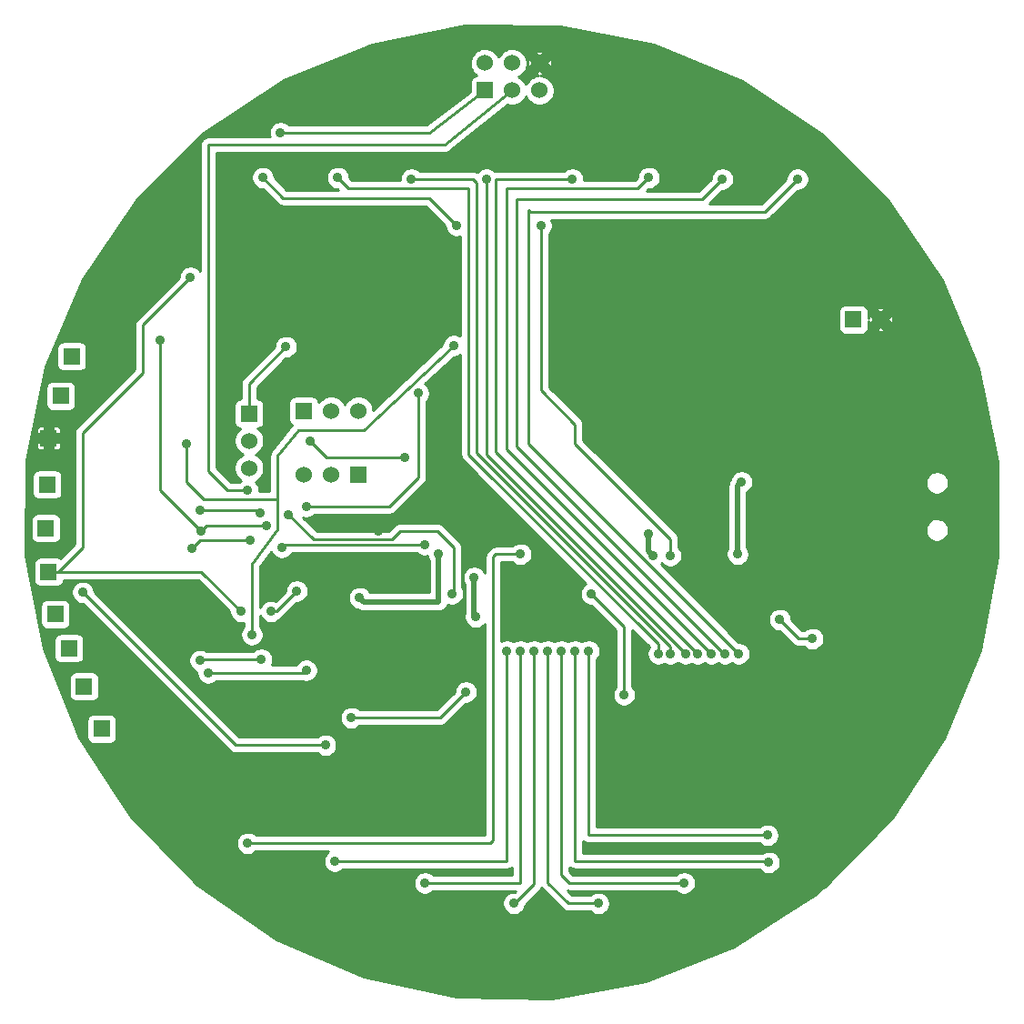
<source format=gbl>
G04 (created by PCBNEW (2013-07-07 BZR 4022)-stable) date 4/28/2015 8:48:13 PM*
%MOIN*%
G04 Gerber Fmt 3.4, Leading zero omitted, Abs format*
%FSLAX34Y34*%
G01*
G70*
G90*
G04 APERTURE LIST*
%ADD10C,0.00590551*%
%ADD11R,0.06X0.06*%
%ADD12C,0.06*%
%ADD13C,0.035*%
%ADD14C,0.01*%
%ADD15C,0.02*%
G04 APERTURE END LIST*
G54D10*
G54D11*
X78150Y-26050D03*
G54D12*
X78150Y-25050D03*
X79150Y-26050D03*
X79150Y-25050D03*
X80150Y-26050D03*
X80150Y-25050D03*
G54D11*
X91650Y-34450D03*
G54D12*
X92650Y-34450D03*
G54D11*
X69500Y-37900D03*
G54D12*
X69500Y-38900D03*
X69500Y-39900D03*
G54D11*
X71500Y-37800D03*
G54D12*
X72500Y-37800D03*
X73500Y-37800D03*
G54D11*
X73500Y-40150D03*
G54D12*
X72500Y-40150D03*
X71500Y-40150D03*
G54D11*
X62150Y-43700D03*
X62400Y-45250D03*
X63450Y-47900D03*
X64100Y-49450D03*
X63000Y-35800D03*
X62600Y-37250D03*
X62100Y-40500D03*
X62050Y-42100D03*
X62150Y-38800D03*
X62900Y-46500D03*
G54D13*
X88950Y-45450D03*
X90150Y-46150D03*
X66250Y-35200D03*
X70650Y-27600D03*
X70150Y-42000D03*
X67750Y-42200D03*
X71600Y-47300D03*
X68000Y-47400D03*
X75200Y-39500D03*
X71750Y-38900D03*
X67350Y-32900D03*
X69200Y-45150D03*
X70300Y-45150D03*
X71250Y-44400D03*
X67200Y-39000D03*
X69600Y-46000D03*
X77000Y-35400D03*
X69450Y-40700D03*
X69550Y-42550D03*
X67400Y-42850D03*
X75950Y-42700D03*
X70700Y-42800D03*
X69950Y-46900D03*
X67700Y-46950D03*
X70850Y-35450D03*
X67700Y-41450D03*
X69900Y-41550D03*
X70950Y-41600D03*
X76950Y-44500D03*
X63400Y-44450D03*
X72300Y-50050D03*
X73250Y-49050D03*
X77450Y-48100D03*
X83250Y-48200D03*
X82050Y-44500D03*
X76673Y-31496D03*
X75688Y-31496D03*
X76050Y-41400D03*
X74250Y-42200D03*
X80050Y-43050D03*
X80450Y-45200D03*
X88550Y-44850D03*
X85700Y-43100D03*
X72700Y-50650D03*
X71950Y-46900D03*
X75700Y-37150D03*
X71600Y-41300D03*
X80950Y-46600D03*
X85450Y-55100D03*
X81450Y-46600D03*
X88550Y-54350D03*
X81950Y-46600D03*
X88500Y-53350D03*
X70000Y-29250D03*
X77100Y-31000D03*
X80200Y-31000D03*
X84950Y-43100D03*
X72750Y-29250D03*
X84500Y-46700D03*
X75450Y-29300D03*
X84950Y-46700D03*
X85500Y-46700D03*
X78200Y-29300D03*
X81350Y-29300D03*
X85950Y-46700D03*
X84150Y-29250D03*
X86450Y-46700D03*
X86850Y-29300D03*
X86950Y-46700D03*
X89600Y-29300D03*
X87450Y-46700D03*
X69450Y-53650D03*
X79450Y-43050D03*
X78950Y-46600D03*
X72650Y-54300D03*
X79450Y-46600D03*
X75950Y-55100D03*
X79950Y-46600D03*
X79200Y-55850D03*
X80450Y-46600D03*
X82300Y-55850D03*
X77750Y-43900D03*
X77800Y-45350D03*
X84150Y-42300D03*
X84300Y-43100D03*
X87400Y-43050D03*
X87550Y-40400D03*
X73550Y-44650D03*
X76450Y-43050D03*
G54D14*
X90150Y-46150D02*
X89650Y-46150D01*
X89650Y-46150D02*
X88950Y-45450D01*
X78150Y-26050D02*
X76112Y-27600D01*
X66250Y-40700D02*
X67750Y-42200D01*
X66250Y-35200D02*
X66250Y-40700D01*
X76112Y-27600D02*
X70650Y-27600D01*
X67950Y-42000D02*
X70150Y-42000D01*
X67750Y-42200D02*
X67950Y-42000D01*
X71500Y-47400D02*
X71600Y-47300D01*
X68000Y-47400D02*
X71500Y-47400D01*
X72350Y-39500D02*
X75200Y-39500D01*
X71750Y-38900D02*
X72350Y-39500D01*
X62150Y-43700D02*
X62500Y-43700D01*
X65600Y-34650D02*
X67350Y-32900D01*
X65600Y-36400D02*
X65600Y-34650D01*
X63400Y-38600D02*
X65600Y-36400D01*
X63400Y-42800D02*
X63400Y-38600D01*
X62500Y-43700D02*
X63400Y-42800D01*
X67750Y-43700D02*
X62150Y-43700D01*
X69200Y-45150D02*
X67750Y-43700D01*
X70500Y-45150D02*
X70300Y-45150D01*
X71250Y-44400D02*
X70500Y-45150D01*
X67850Y-41050D02*
X70550Y-41050D01*
X67200Y-40400D02*
X67850Y-41050D01*
X67200Y-39000D02*
X67200Y-40400D01*
X69600Y-43400D02*
X69600Y-46000D01*
X70550Y-42150D02*
X69600Y-43400D01*
X70550Y-39450D02*
X70550Y-41050D01*
X70550Y-41050D02*
X70550Y-42150D01*
X71300Y-38500D02*
X70550Y-39450D01*
X73700Y-38500D02*
X71300Y-38500D01*
X77000Y-35400D02*
X73700Y-38500D01*
X79150Y-26050D02*
X76662Y-28050D01*
X68700Y-40700D02*
X69450Y-40700D01*
X68000Y-40000D02*
X68700Y-40700D01*
X68000Y-28050D02*
X68000Y-40000D01*
X76662Y-28050D02*
X68000Y-28050D01*
X67700Y-42550D02*
X69550Y-42550D01*
X67400Y-42850D02*
X67700Y-42550D01*
X70800Y-42700D02*
X75950Y-42700D01*
X70700Y-42800D02*
X70800Y-42700D01*
X67750Y-46900D02*
X69950Y-46900D01*
X67700Y-46950D02*
X67750Y-46900D01*
X69500Y-37900D02*
X69500Y-36800D01*
X69500Y-36800D02*
X70850Y-35450D01*
X69800Y-41450D02*
X67700Y-41450D01*
X69900Y-41550D02*
X69800Y-41450D01*
X71869Y-42519D02*
X70950Y-41600D01*
X74730Y-42519D02*
X71869Y-42519D01*
X75050Y-42200D02*
X74730Y-42519D01*
X76400Y-42200D02*
X75050Y-42200D01*
X77000Y-42800D02*
X76400Y-42200D01*
X77000Y-44450D02*
X77000Y-42800D01*
X76950Y-44500D02*
X77000Y-44450D01*
X69000Y-50050D02*
X63400Y-44450D01*
X72300Y-50050D02*
X69000Y-50050D01*
X76500Y-49050D02*
X73250Y-49050D01*
X77450Y-48100D02*
X76500Y-49050D01*
X83250Y-45700D02*
X83250Y-48200D01*
X82050Y-44500D02*
X83250Y-45700D01*
X75688Y-31496D02*
X76673Y-31496D01*
X75050Y-41400D02*
X76050Y-41400D01*
X74250Y-42200D02*
X75050Y-41400D01*
X80050Y-44800D02*
X80050Y-43050D01*
X80450Y-45200D02*
X80050Y-44800D01*
X87450Y-44850D02*
X88550Y-44850D01*
X85700Y-43100D02*
X87450Y-44850D01*
X72700Y-47650D02*
X72700Y-50650D01*
X71950Y-46900D02*
X72700Y-47650D01*
X75700Y-40250D02*
X75700Y-37150D01*
X74650Y-41300D02*
X75700Y-40250D01*
X71600Y-41300D02*
X74650Y-41300D01*
X80950Y-54800D02*
X80950Y-46600D01*
X81250Y-55100D02*
X80950Y-54800D01*
X85450Y-55100D02*
X81250Y-55100D01*
X81450Y-54300D02*
X81450Y-46600D01*
X88500Y-54300D02*
X81450Y-54300D01*
X88550Y-54350D02*
X88500Y-54300D01*
X81950Y-53350D02*
X81950Y-46600D01*
X88500Y-53350D02*
X81950Y-53350D01*
X70750Y-30000D02*
X70000Y-29250D01*
X76100Y-30000D02*
X70750Y-30000D01*
X77100Y-31000D02*
X76100Y-30000D01*
X80200Y-37050D02*
X80200Y-31000D01*
X81450Y-38300D02*
X80200Y-37050D01*
X81450Y-39000D02*
X81450Y-38300D01*
X84950Y-42500D02*
X81450Y-39000D01*
X84950Y-43100D02*
X84950Y-42500D01*
X73150Y-29650D02*
X72750Y-29250D01*
X77550Y-29650D02*
X73150Y-29650D01*
X77550Y-39400D02*
X77550Y-29650D01*
X84500Y-46350D02*
X77550Y-39400D01*
X84500Y-46700D02*
X84500Y-46350D01*
X77700Y-29300D02*
X75450Y-29300D01*
X77850Y-29450D02*
X77700Y-29300D01*
X77850Y-39350D02*
X77850Y-29450D01*
X84950Y-46450D02*
X77850Y-39350D01*
X84950Y-46550D02*
X84950Y-46450D01*
X84950Y-46700D02*
X84950Y-46550D01*
X78200Y-39400D02*
X85500Y-46700D01*
X78200Y-29300D02*
X78200Y-39400D01*
X78550Y-29300D02*
X81350Y-29300D01*
X78550Y-39300D02*
X78550Y-29300D01*
X85950Y-46700D02*
X78550Y-39300D01*
X83750Y-29650D02*
X84150Y-29250D01*
X78950Y-29650D02*
X83750Y-29650D01*
X78950Y-39200D02*
X78950Y-29650D01*
X86450Y-46700D02*
X78950Y-39200D01*
X86100Y-30050D02*
X86850Y-29300D01*
X79300Y-30050D02*
X86100Y-30050D01*
X79300Y-39100D02*
X79300Y-30050D01*
X86900Y-46700D02*
X79300Y-39100D01*
X86950Y-46700D02*
X86900Y-46700D01*
X88400Y-30500D02*
X89600Y-29300D01*
X79800Y-30500D02*
X88400Y-30500D01*
X79750Y-30450D02*
X79800Y-30500D01*
X79750Y-39000D02*
X79750Y-30450D01*
X87450Y-46700D02*
X79750Y-39000D01*
X78350Y-53650D02*
X69450Y-53650D01*
X78450Y-53550D02*
X78350Y-53650D01*
X78450Y-43150D02*
X78450Y-53550D01*
X78550Y-43050D02*
X78450Y-43150D01*
X79450Y-43050D02*
X78550Y-43050D01*
X78950Y-54300D02*
X78950Y-46600D01*
X72650Y-54300D02*
X78950Y-54300D01*
X79450Y-55100D02*
X79450Y-46600D01*
X75950Y-55100D02*
X79450Y-55100D01*
X79950Y-55150D02*
X79950Y-46600D01*
X79250Y-55850D02*
X79950Y-55150D01*
X79200Y-55850D02*
X79250Y-55850D01*
X80450Y-55100D02*
X80450Y-46600D01*
X81200Y-55850D02*
X80450Y-55100D01*
X82300Y-55850D02*
X81200Y-55850D01*
G54D15*
X77750Y-45300D02*
X77750Y-43900D01*
X77800Y-45350D02*
X77750Y-45300D01*
X84150Y-42950D02*
X84150Y-42300D01*
X84300Y-43100D02*
X84150Y-42950D01*
X87400Y-40550D02*
X87400Y-43050D01*
X87550Y-40400D02*
X87400Y-40550D01*
X73700Y-44800D02*
X73550Y-44650D01*
X76450Y-44800D02*
X73700Y-44800D01*
X76450Y-43050D02*
X76450Y-44800D01*
G54D10*
G36*
X96949Y-43152D02*
X96289Y-46577D01*
X95142Y-49404D01*
X95142Y-42124D01*
X95142Y-40392D01*
X95125Y-40309D01*
X95093Y-40232D01*
X95047Y-40162D01*
X94988Y-40103D01*
X94919Y-40056D01*
X94841Y-40024D01*
X94759Y-40007D01*
X94676Y-40006D01*
X94593Y-40022D01*
X94516Y-40053D01*
X94446Y-40099D01*
X94386Y-40158D01*
X94339Y-40227D01*
X94306Y-40304D01*
X94288Y-40386D01*
X94287Y-40469D01*
X94302Y-40552D01*
X94333Y-40630D01*
X94378Y-40700D01*
X94436Y-40760D01*
X94505Y-40808D01*
X94582Y-40842D01*
X94664Y-40860D01*
X94747Y-40861D01*
X94830Y-40847D01*
X94908Y-40816D01*
X94979Y-40772D01*
X95039Y-40714D01*
X95088Y-40645D01*
X95122Y-40569D01*
X95140Y-40487D01*
X95142Y-40392D01*
X95142Y-42124D01*
X95125Y-42041D01*
X95093Y-41964D01*
X95047Y-41894D01*
X94988Y-41835D01*
X94919Y-41788D01*
X94841Y-41756D01*
X94759Y-41739D01*
X94676Y-41738D01*
X94593Y-41754D01*
X94516Y-41785D01*
X94446Y-41831D01*
X94386Y-41890D01*
X94339Y-41959D01*
X94306Y-42036D01*
X94288Y-42118D01*
X94287Y-42201D01*
X94302Y-42284D01*
X94333Y-42362D01*
X94378Y-42432D01*
X94436Y-42492D01*
X94505Y-42540D01*
X94582Y-42574D01*
X94664Y-42592D01*
X94747Y-42593D01*
X94830Y-42579D01*
X94908Y-42548D01*
X94979Y-42504D01*
X95039Y-42446D01*
X95088Y-42377D01*
X95122Y-42301D01*
X95140Y-42219D01*
X95142Y-42124D01*
X95142Y-49404D01*
X94975Y-49813D01*
X93100Y-52668D01*
X93100Y-34492D01*
X93099Y-34404D01*
X93083Y-34320D01*
X93029Y-34282D01*
X92862Y-34450D01*
X93029Y-34617D01*
X93083Y-34579D01*
X93100Y-34492D01*
X93100Y-52668D01*
X93058Y-52731D01*
X92817Y-52977D01*
X92817Y-34829D01*
X92817Y-34070D01*
X92779Y-34016D01*
X92692Y-33999D01*
X92604Y-34000D01*
X92520Y-34016D01*
X92482Y-34070D01*
X92650Y-34237D01*
X92817Y-34070D01*
X92817Y-34829D01*
X92650Y-34662D01*
X92482Y-34829D01*
X92520Y-34883D01*
X92607Y-34900D01*
X92695Y-34899D01*
X92779Y-34883D01*
X92817Y-34829D01*
X92817Y-52977D01*
X92437Y-53363D01*
X92437Y-34450D01*
X92270Y-34282D01*
X92216Y-34320D01*
X92200Y-34406D01*
X92200Y-34125D01*
X92190Y-34077D01*
X92171Y-34032D01*
X92144Y-33991D01*
X92110Y-33956D01*
X92069Y-33929D01*
X92024Y-33910D01*
X91976Y-33900D01*
X91927Y-33899D01*
X91325Y-33899D01*
X91277Y-33909D01*
X91232Y-33928D01*
X91191Y-33955D01*
X91156Y-33989D01*
X91129Y-34030D01*
X91110Y-34075D01*
X91100Y-34123D01*
X91099Y-34172D01*
X91099Y-34774D01*
X91109Y-34822D01*
X91128Y-34867D01*
X91155Y-34908D01*
X91189Y-34943D01*
X91230Y-34970D01*
X91275Y-34989D01*
X91323Y-34999D01*
X91372Y-35000D01*
X91974Y-35000D01*
X92022Y-34990D01*
X92067Y-34971D01*
X92108Y-34944D01*
X92143Y-34910D01*
X92170Y-34869D01*
X92189Y-34824D01*
X92199Y-34776D01*
X92200Y-34727D01*
X92200Y-34493D01*
X92200Y-34495D01*
X92216Y-34579D01*
X92270Y-34617D01*
X92437Y-34450D01*
X92437Y-53363D01*
X90604Y-55228D01*
X90575Y-55253D01*
X90575Y-46108D01*
X90558Y-46026D01*
X90527Y-45949D01*
X90480Y-45880D01*
X90422Y-45820D01*
X90353Y-45774D01*
X90276Y-45742D01*
X90194Y-45725D01*
X90111Y-45724D01*
X90029Y-45740D01*
X90025Y-45742D01*
X90025Y-29258D01*
X90008Y-29176D01*
X89977Y-29099D01*
X89930Y-29030D01*
X89872Y-28970D01*
X89803Y-28924D01*
X89726Y-28892D01*
X89644Y-28875D01*
X89561Y-28874D01*
X89479Y-28890D01*
X89402Y-28921D01*
X89332Y-28967D01*
X89272Y-29025D01*
X89225Y-29094D01*
X89192Y-29170D01*
X89175Y-29252D01*
X89174Y-29300D01*
X88275Y-30200D01*
X86374Y-30200D01*
X86849Y-29725D01*
X86882Y-29725D01*
X86964Y-29711D01*
X87042Y-29681D01*
X87112Y-29636D01*
X87173Y-29579D01*
X87221Y-29510D01*
X87255Y-29434D01*
X87273Y-29353D01*
X87275Y-29258D01*
X87258Y-29176D01*
X87227Y-29099D01*
X87180Y-29030D01*
X87122Y-28970D01*
X87053Y-28924D01*
X86976Y-28892D01*
X86894Y-28875D01*
X86811Y-28874D01*
X86729Y-28890D01*
X86652Y-28921D01*
X86582Y-28967D01*
X86522Y-29025D01*
X86475Y-29094D01*
X86442Y-29170D01*
X86425Y-29252D01*
X86424Y-29300D01*
X85975Y-29750D01*
X84074Y-29750D01*
X84149Y-29675D01*
X84182Y-29675D01*
X84264Y-29661D01*
X84342Y-29631D01*
X84412Y-29586D01*
X84473Y-29529D01*
X84521Y-29460D01*
X84555Y-29384D01*
X84573Y-29303D01*
X84575Y-29208D01*
X84558Y-29126D01*
X84527Y-29049D01*
X84480Y-28980D01*
X84422Y-28920D01*
X84353Y-28874D01*
X84276Y-28842D01*
X84194Y-28825D01*
X84111Y-28824D01*
X84029Y-28840D01*
X83952Y-28871D01*
X83882Y-28917D01*
X83822Y-28975D01*
X83775Y-29044D01*
X83742Y-29120D01*
X83725Y-29202D01*
X83724Y-29250D01*
X83625Y-29350D01*
X81773Y-29350D01*
X81775Y-29258D01*
X81758Y-29176D01*
X81727Y-29099D01*
X81680Y-29030D01*
X81622Y-28970D01*
X81553Y-28924D01*
X81476Y-28892D01*
X81394Y-28875D01*
X81311Y-28874D01*
X81229Y-28890D01*
X81152Y-28921D01*
X81082Y-28967D01*
X81048Y-29000D01*
X78550Y-29000D01*
X78521Y-29002D01*
X78505Y-29004D01*
X78472Y-28970D01*
X78403Y-28924D01*
X78326Y-28892D01*
X78244Y-28875D01*
X78161Y-28874D01*
X78079Y-28890D01*
X78002Y-28921D01*
X77932Y-28967D01*
X77872Y-29025D01*
X77858Y-29046D01*
X77842Y-29037D01*
X77818Y-29024D01*
X77816Y-29023D01*
X77815Y-29023D01*
X77788Y-29014D01*
X77762Y-29006D01*
X77760Y-29006D01*
X77759Y-29005D01*
X77731Y-29003D01*
X77704Y-29000D01*
X77701Y-29000D01*
X77701Y-29000D01*
X77700Y-29000D01*
X77700Y-29000D01*
X75751Y-29000D01*
X75722Y-28970D01*
X75653Y-28924D01*
X75576Y-28892D01*
X75494Y-28875D01*
X75411Y-28874D01*
X75329Y-28890D01*
X75252Y-28921D01*
X75182Y-28967D01*
X75122Y-29025D01*
X75075Y-29094D01*
X75042Y-29170D01*
X75025Y-29252D01*
X75024Y-29335D01*
X75027Y-29350D01*
X73274Y-29350D01*
X73174Y-29250D01*
X73175Y-29208D01*
X73158Y-29126D01*
X73127Y-29049D01*
X73080Y-28980D01*
X73022Y-28920D01*
X72953Y-28874D01*
X72876Y-28842D01*
X72794Y-28825D01*
X72711Y-28824D01*
X72629Y-28840D01*
X72552Y-28871D01*
X72482Y-28917D01*
X72422Y-28975D01*
X72375Y-29044D01*
X72342Y-29120D01*
X72325Y-29202D01*
X72324Y-29285D01*
X72339Y-29367D01*
X72370Y-29445D01*
X72415Y-29515D01*
X72473Y-29575D01*
X72541Y-29622D01*
X72618Y-29656D01*
X72699Y-29674D01*
X72750Y-29675D01*
X72775Y-29700D01*
X70874Y-29700D01*
X70424Y-29250D01*
X70425Y-29208D01*
X70408Y-29126D01*
X70377Y-29049D01*
X70330Y-28980D01*
X70272Y-28920D01*
X70203Y-28874D01*
X70126Y-28842D01*
X70044Y-28825D01*
X69961Y-28824D01*
X69879Y-28840D01*
X69802Y-28871D01*
X69732Y-28917D01*
X69672Y-28975D01*
X69625Y-29044D01*
X69592Y-29120D01*
X69575Y-29202D01*
X69574Y-29285D01*
X69589Y-29367D01*
X69620Y-29445D01*
X69665Y-29515D01*
X69723Y-29575D01*
X69791Y-29622D01*
X69868Y-29656D01*
X69949Y-29674D01*
X70000Y-29675D01*
X70537Y-30212D01*
X70559Y-30229D01*
X70580Y-30247D01*
X70581Y-30248D01*
X70583Y-30249D01*
X70607Y-30262D01*
X70631Y-30275D01*
X70633Y-30276D01*
X70634Y-30276D01*
X70661Y-30285D01*
X70687Y-30293D01*
X70689Y-30293D01*
X70690Y-30294D01*
X70718Y-30296D01*
X70745Y-30299D01*
X70748Y-30299D01*
X70748Y-30299D01*
X70749Y-30299D01*
X70750Y-30300D01*
X75975Y-30300D01*
X76674Y-30999D01*
X76674Y-31035D01*
X76689Y-31117D01*
X76720Y-31195D01*
X76765Y-31265D01*
X76823Y-31325D01*
X76891Y-31372D01*
X76968Y-31406D01*
X77049Y-31424D01*
X77132Y-31425D01*
X77214Y-31411D01*
X77250Y-31397D01*
X77250Y-35055D01*
X77203Y-35024D01*
X77126Y-34992D01*
X77044Y-34975D01*
X76961Y-34974D01*
X76879Y-34990D01*
X76802Y-35021D01*
X76732Y-35067D01*
X76672Y-35125D01*
X76625Y-35194D01*
X76592Y-35270D01*
X76575Y-35352D01*
X76575Y-35388D01*
X74049Y-37759D01*
X74050Y-37746D01*
X74029Y-37640D01*
X73987Y-37540D01*
X73928Y-37450D01*
X73852Y-37374D01*
X73762Y-37313D01*
X73663Y-37272D01*
X73557Y-37250D01*
X73449Y-37249D01*
X73343Y-37269D01*
X73243Y-37310D01*
X73153Y-37369D01*
X73076Y-37444D01*
X73015Y-37533D01*
X73000Y-37570D01*
X72987Y-37540D01*
X72928Y-37450D01*
X72852Y-37374D01*
X72762Y-37313D01*
X72663Y-37272D01*
X72557Y-37250D01*
X72449Y-37249D01*
X72343Y-37269D01*
X72243Y-37310D01*
X72153Y-37369D01*
X72076Y-37444D01*
X72050Y-37483D01*
X72050Y-37475D01*
X72040Y-37427D01*
X72021Y-37382D01*
X71994Y-37341D01*
X71960Y-37306D01*
X71919Y-37279D01*
X71874Y-37260D01*
X71826Y-37250D01*
X71777Y-37249D01*
X71175Y-37249D01*
X71127Y-37259D01*
X71082Y-37278D01*
X71041Y-37305D01*
X71006Y-37339D01*
X70979Y-37380D01*
X70960Y-37425D01*
X70950Y-37473D01*
X70949Y-37522D01*
X70949Y-38124D01*
X70959Y-38172D01*
X70978Y-38217D01*
X71005Y-38258D01*
X71039Y-38293D01*
X71066Y-38311D01*
X71064Y-38314D01*
X70314Y-39264D01*
X70309Y-39272D01*
X70302Y-39280D01*
X70293Y-39297D01*
X70282Y-39313D01*
X70279Y-39322D01*
X70274Y-39331D01*
X70268Y-39350D01*
X70261Y-39367D01*
X70259Y-39377D01*
X70256Y-39387D01*
X70254Y-39406D01*
X70251Y-39425D01*
X70251Y-39435D01*
X70250Y-39445D01*
X70250Y-39450D01*
X70250Y-40750D01*
X69873Y-40750D01*
X69875Y-40658D01*
X69858Y-40576D01*
X69827Y-40499D01*
X69780Y-40430D01*
X69745Y-40394D01*
X69749Y-40393D01*
X69840Y-40335D01*
X69918Y-40261D01*
X69980Y-40172D01*
X70024Y-40074D01*
X70048Y-39969D01*
X70050Y-39846D01*
X70029Y-39740D01*
X69987Y-39640D01*
X69928Y-39550D01*
X69852Y-39474D01*
X69762Y-39413D01*
X69730Y-39400D01*
X69749Y-39393D01*
X69840Y-39335D01*
X69918Y-39261D01*
X69980Y-39172D01*
X70024Y-39074D01*
X70048Y-38969D01*
X70050Y-38846D01*
X70029Y-38740D01*
X69987Y-38640D01*
X69928Y-38550D01*
X69852Y-38474D01*
X69816Y-38450D01*
X69824Y-38450D01*
X69872Y-38440D01*
X69917Y-38421D01*
X69958Y-38394D01*
X69993Y-38360D01*
X70020Y-38319D01*
X70039Y-38274D01*
X70049Y-38226D01*
X70050Y-38177D01*
X70050Y-37575D01*
X70040Y-37527D01*
X70021Y-37482D01*
X69994Y-37441D01*
X69960Y-37406D01*
X69919Y-37379D01*
X69874Y-37360D01*
X69826Y-37350D01*
X69800Y-37349D01*
X69800Y-36924D01*
X70849Y-35875D01*
X70882Y-35875D01*
X70964Y-35861D01*
X71042Y-35831D01*
X71112Y-35786D01*
X71173Y-35729D01*
X71221Y-35660D01*
X71255Y-35584D01*
X71273Y-35503D01*
X71275Y-35408D01*
X71258Y-35326D01*
X71227Y-35249D01*
X71180Y-35180D01*
X71122Y-35120D01*
X71053Y-35074D01*
X70976Y-35042D01*
X70894Y-35025D01*
X70811Y-35024D01*
X70729Y-35040D01*
X70652Y-35071D01*
X70582Y-35117D01*
X70522Y-35175D01*
X70475Y-35244D01*
X70442Y-35320D01*
X70425Y-35402D01*
X70424Y-35450D01*
X69287Y-36587D01*
X69270Y-36609D01*
X69252Y-36630D01*
X69251Y-36631D01*
X69250Y-36633D01*
X69237Y-36657D01*
X69224Y-36681D01*
X69223Y-36683D01*
X69223Y-36684D01*
X69214Y-36711D01*
X69206Y-36737D01*
X69206Y-36739D01*
X69205Y-36740D01*
X69203Y-36768D01*
X69200Y-36795D01*
X69200Y-36798D01*
X69200Y-36798D01*
X69200Y-36799D01*
X69200Y-36800D01*
X69200Y-37349D01*
X69175Y-37349D01*
X69127Y-37359D01*
X69082Y-37378D01*
X69041Y-37405D01*
X69006Y-37439D01*
X68979Y-37480D01*
X68960Y-37525D01*
X68950Y-37573D01*
X68949Y-37622D01*
X68949Y-38224D01*
X68959Y-38272D01*
X68978Y-38317D01*
X69005Y-38358D01*
X69039Y-38393D01*
X69080Y-38420D01*
X69125Y-38439D01*
X69173Y-38449D01*
X69183Y-38449D01*
X69153Y-38469D01*
X69076Y-38544D01*
X69015Y-38633D01*
X68973Y-38732D01*
X68950Y-38838D01*
X68949Y-38946D01*
X68968Y-39052D01*
X69008Y-39152D01*
X69066Y-39243D01*
X69141Y-39320D01*
X69230Y-39382D01*
X69269Y-39399D01*
X69243Y-39410D01*
X69153Y-39469D01*
X69076Y-39544D01*
X69015Y-39633D01*
X68973Y-39732D01*
X68950Y-39838D01*
X68949Y-39946D01*
X68968Y-40052D01*
X69008Y-40152D01*
X69066Y-40243D01*
X69141Y-40320D01*
X69195Y-40358D01*
X69182Y-40367D01*
X69148Y-40400D01*
X68824Y-40400D01*
X68300Y-39875D01*
X68300Y-28350D01*
X76662Y-28350D01*
X76674Y-28348D01*
X76685Y-28349D01*
X76703Y-28346D01*
X76720Y-28344D01*
X76731Y-28340D01*
X76743Y-28338D01*
X76759Y-28332D01*
X76776Y-28327D01*
X76787Y-28321D01*
X76797Y-28317D01*
X76812Y-28308D01*
X76828Y-28299D01*
X76837Y-28292D01*
X76847Y-28286D01*
X76850Y-28283D01*
X78976Y-26574D01*
X78979Y-26575D01*
X79084Y-26598D01*
X79192Y-26601D01*
X79298Y-26582D01*
X79399Y-26543D01*
X79490Y-26485D01*
X79568Y-26411D01*
X79630Y-26322D01*
X79649Y-26280D01*
X79658Y-26302D01*
X79716Y-26393D01*
X79791Y-26470D01*
X79880Y-26532D01*
X79979Y-26575D01*
X80084Y-26598D01*
X80192Y-26601D01*
X80298Y-26582D01*
X80399Y-26543D01*
X80490Y-26485D01*
X80568Y-26411D01*
X80630Y-26322D01*
X80674Y-26224D01*
X80698Y-26119D01*
X80700Y-25996D01*
X80679Y-25890D01*
X80637Y-25790D01*
X80600Y-25733D01*
X80600Y-25092D01*
X80599Y-25004D01*
X80583Y-24920D01*
X80529Y-24882D01*
X80362Y-25050D01*
X80529Y-25217D01*
X80583Y-25179D01*
X80600Y-25092D01*
X80600Y-25733D01*
X80578Y-25700D01*
X80502Y-25624D01*
X80412Y-25563D01*
X80313Y-25522D01*
X80207Y-25500D01*
X80155Y-25500D01*
X80195Y-25499D01*
X80279Y-25483D01*
X80317Y-25429D01*
X80317Y-24670D01*
X80279Y-24616D01*
X80192Y-24599D01*
X80104Y-24600D01*
X80020Y-24616D01*
X79982Y-24670D01*
X80150Y-24837D01*
X80317Y-24670D01*
X80317Y-25429D01*
X80150Y-25262D01*
X79982Y-25429D01*
X80020Y-25483D01*
X80104Y-25499D01*
X80099Y-25499D01*
X79993Y-25519D01*
X79893Y-25560D01*
X79803Y-25619D01*
X79726Y-25694D01*
X79665Y-25783D01*
X79650Y-25820D01*
X79637Y-25790D01*
X79578Y-25700D01*
X79502Y-25624D01*
X79412Y-25563D01*
X79380Y-25550D01*
X79399Y-25543D01*
X79490Y-25485D01*
X79568Y-25411D01*
X79630Y-25322D01*
X79674Y-25224D01*
X79698Y-25119D01*
X79699Y-25008D01*
X79700Y-25095D01*
X79716Y-25179D01*
X79770Y-25217D01*
X79937Y-25050D01*
X79770Y-24882D01*
X79716Y-24920D01*
X79699Y-25007D01*
X79700Y-24996D01*
X79679Y-24890D01*
X79637Y-24790D01*
X79578Y-24700D01*
X79502Y-24624D01*
X79412Y-24563D01*
X79313Y-24522D01*
X79207Y-24500D01*
X79099Y-24499D01*
X78993Y-24519D01*
X78893Y-24560D01*
X78803Y-24619D01*
X78726Y-24694D01*
X78665Y-24783D01*
X78650Y-24820D01*
X78637Y-24790D01*
X78578Y-24700D01*
X78502Y-24624D01*
X78412Y-24563D01*
X78313Y-24522D01*
X78207Y-24500D01*
X78099Y-24499D01*
X77993Y-24519D01*
X77893Y-24560D01*
X77803Y-24619D01*
X77726Y-24694D01*
X77665Y-24783D01*
X77623Y-24882D01*
X77600Y-24988D01*
X77599Y-25096D01*
X77618Y-25202D01*
X77658Y-25302D01*
X77716Y-25393D01*
X77791Y-25470D01*
X77833Y-25499D01*
X77825Y-25499D01*
X77777Y-25509D01*
X77732Y-25528D01*
X77691Y-25555D01*
X77656Y-25589D01*
X77629Y-25630D01*
X77610Y-25675D01*
X77600Y-25723D01*
X77599Y-25772D01*
X77599Y-26089D01*
X76011Y-27300D01*
X70951Y-27300D01*
X70922Y-27270D01*
X70853Y-27224D01*
X70776Y-27192D01*
X70694Y-27175D01*
X70611Y-27174D01*
X70529Y-27190D01*
X70452Y-27221D01*
X70382Y-27267D01*
X70322Y-27325D01*
X70275Y-27394D01*
X70242Y-27470D01*
X70225Y-27552D01*
X70224Y-27635D01*
X70239Y-27717D01*
X70252Y-27750D01*
X68000Y-27750D01*
X67971Y-27752D01*
X67943Y-27755D01*
X67942Y-27755D01*
X67941Y-27755D01*
X67914Y-27763D01*
X67887Y-27771D01*
X67886Y-27772D01*
X67885Y-27772D01*
X67860Y-27785D01*
X67835Y-27798D01*
X67834Y-27799D01*
X67833Y-27800D01*
X67812Y-27817D01*
X67790Y-27835D01*
X67789Y-27836D01*
X67788Y-27837D01*
X67770Y-27858D01*
X67752Y-27880D01*
X67751Y-27881D01*
X67751Y-27882D01*
X67737Y-27907D01*
X67724Y-27931D01*
X67723Y-27932D01*
X67723Y-27933D01*
X67715Y-27960D01*
X67706Y-27987D01*
X67706Y-27988D01*
X67706Y-27989D01*
X67703Y-28017D01*
X67700Y-28045D01*
X67700Y-28047D01*
X67700Y-28047D01*
X67700Y-28047D01*
X67700Y-28050D01*
X67700Y-32658D01*
X67680Y-32630D01*
X67622Y-32570D01*
X67553Y-32524D01*
X67476Y-32492D01*
X67394Y-32475D01*
X67311Y-32474D01*
X67229Y-32490D01*
X67152Y-32521D01*
X67082Y-32567D01*
X67022Y-32625D01*
X66975Y-32694D01*
X66942Y-32770D01*
X66925Y-32852D01*
X66924Y-32900D01*
X65387Y-34437D01*
X65370Y-34459D01*
X65352Y-34480D01*
X65351Y-34481D01*
X65350Y-34483D01*
X65337Y-34507D01*
X65324Y-34531D01*
X65323Y-34533D01*
X65323Y-34534D01*
X65314Y-34561D01*
X65306Y-34587D01*
X65306Y-34589D01*
X65305Y-34590D01*
X65303Y-34618D01*
X65300Y-34645D01*
X65300Y-34648D01*
X65300Y-34648D01*
X65300Y-34649D01*
X65300Y-34650D01*
X65300Y-36275D01*
X63550Y-38025D01*
X63550Y-36077D01*
X63550Y-35475D01*
X63540Y-35427D01*
X63521Y-35382D01*
X63494Y-35341D01*
X63460Y-35306D01*
X63419Y-35279D01*
X63374Y-35260D01*
X63326Y-35250D01*
X63277Y-35249D01*
X62675Y-35249D01*
X62627Y-35259D01*
X62582Y-35278D01*
X62541Y-35305D01*
X62506Y-35339D01*
X62479Y-35380D01*
X62460Y-35425D01*
X62450Y-35473D01*
X62449Y-35522D01*
X62449Y-36124D01*
X62459Y-36172D01*
X62478Y-36217D01*
X62505Y-36258D01*
X62539Y-36293D01*
X62580Y-36320D01*
X62625Y-36339D01*
X62673Y-36349D01*
X62722Y-36350D01*
X63324Y-36350D01*
X63372Y-36340D01*
X63417Y-36321D01*
X63458Y-36294D01*
X63493Y-36260D01*
X63520Y-36219D01*
X63539Y-36174D01*
X63549Y-36126D01*
X63550Y-36077D01*
X63550Y-38025D01*
X63187Y-38387D01*
X63170Y-38409D01*
X63152Y-38430D01*
X63151Y-38431D01*
X63150Y-38433D01*
X63150Y-38434D01*
X63150Y-37527D01*
X63150Y-36925D01*
X63140Y-36877D01*
X63121Y-36832D01*
X63094Y-36791D01*
X63060Y-36756D01*
X63019Y-36729D01*
X62974Y-36710D01*
X62926Y-36700D01*
X62877Y-36699D01*
X62275Y-36699D01*
X62227Y-36709D01*
X62182Y-36728D01*
X62141Y-36755D01*
X62106Y-36789D01*
X62079Y-36830D01*
X62060Y-36875D01*
X62050Y-36923D01*
X62049Y-36972D01*
X62049Y-37574D01*
X62059Y-37622D01*
X62078Y-37667D01*
X62105Y-37708D01*
X62139Y-37743D01*
X62180Y-37770D01*
X62225Y-37789D01*
X62273Y-37799D01*
X62322Y-37800D01*
X62924Y-37800D01*
X62972Y-37790D01*
X63017Y-37771D01*
X63058Y-37744D01*
X63093Y-37710D01*
X63120Y-37669D01*
X63139Y-37624D01*
X63149Y-37576D01*
X63150Y-37527D01*
X63150Y-38434D01*
X63137Y-38457D01*
X63124Y-38481D01*
X63123Y-38483D01*
X63123Y-38484D01*
X63114Y-38511D01*
X63106Y-38537D01*
X63106Y-38539D01*
X63105Y-38540D01*
X63103Y-38568D01*
X63100Y-38595D01*
X63100Y-38598D01*
X63100Y-38598D01*
X63100Y-38599D01*
X63100Y-38600D01*
X63100Y-42675D01*
X62650Y-43125D01*
X62650Y-40777D01*
X62650Y-40175D01*
X62640Y-40127D01*
X62621Y-40082D01*
X62600Y-40049D01*
X62600Y-39086D01*
X62600Y-38513D01*
X62599Y-38484D01*
X62593Y-38455D01*
X62582Y-38428D01*
X62566Y-38403D01*
X62545Y-38383D01*
X62520Y-38366D01*
X62493Y-38355D01*
X62464Y-38349D01*
X62337Y-38350D01*
X62300Y-38387D01*
X62300Y-38650D01*
X62562Y-38650D01*
X62600Y-38612D01*
X62600Y-38513D01*
X62600Y-39086D01*
X62600Y-38987D01*
X62562Y-38950D01*
X62300Y-38950D01*
X62300Y-39212D01*
X62337Y-39250D01*
X62464Y-39250D01*
X62493Y-39244D01*
X62520Y-39233D01*
X62545Y-39216D01*
X62566Y-39196D01*
X62582Y-39171D01*
X62593Y-39144D01*
X62599Y-39115D01*
X62600Y-39086D01*
X62600Y-40049D01*
X62594Y-40041D01*
X62560Y-40006D01*
X62519Y-39979D01*
X62474Y-39960D01*
X62426Y-39950D01*
X62377Y-39949D01*
X62000Y-39949D01*
X62000Y-39212D01*
X62000Y-38950D01*
X62000Y-38650D01*
X62000Y-38387D01*
X61962Y-38350D01*
X61835Y-38349D01*
X61806Y-38355D01*
X61779Y-38366D01*
X61754Y-38383D01*
X61733Y-38403D01*
X61717Y-38428D01*
X61706Y-38455D01*
X61700Y-38484D01*
X61699Y-38513D01*
X61700Y-38612D01*
X61737Y-38650D01*
X62000Y-38650D01*
X62000Y-38950D01*
X61737Y-38950D01*
X61700Y-38987D01*
X61699Y-39086D01*
X61700Y-39115D01*
X61706Y-39144D01*
X61717Y-39171D01*
X61733Y-39196D01*
X61754Y-39216D01*
X61779Y-39233D01*
X61806Y-39244D01*
X61835Y-39250D01*
X61962Y-39250D01*
X62000Y-39212D01*
X62000Y-39949D01*
X61775Y-39949D01*
X61727Y-39959D01*
X61682Y-39978D01*
X61641Y-40005D01*
X61606Y-40039D01*
X61579Y-40080D01*
X61560Y-40125D01*
X61550Y-40173D01*
X61549Y-40222D01*
X61549Y-40824D01*
X61559Y-40872D01*
X61578Y-40917D01*
X61605Y-40958D01*
X61639Y-40993D01*
X61680Y-41020D01*
X61725Y-41039D01*
X61773Y-41049D01*
X61822Y-41050D01*
X62424Y-41050D01*
X62472Y-41040D01*
X62517Y-41021D01*
X62558Y-40994D01*
X62593Y-40960D01*
X62620Y-40919D01*
X62639Y-40874D01*
X62649Y-40826D01*
X62650Y-40777D01*
X62650Y-43125D01*
X62600Y-43175D01*
X62600Y-42377D01*
X62600Y-41775D01*
X62590Y-41727D01*
X62571Y-41682D01*
X62544Y-41641D01*
X62510Y-41606D01*
X62469Y-41579D01*
X62424Y-41560D01*
X62376Y-41550D01*
X62327Y-41549D01*
X61725Y-41549D01*
X61677Y-41559D01*
X61632Y-41578D01*
X61591Y-41605D01*
X61556Y-41639D01*
X61529Y-41680D01*
X61510Y-41725D01*
X61500Y-41773D01*
X61499Y-41822D01*
X61499Y-42424D01*
X61509Y-42472D01*
X61528Y-42517D01*
X61555Y-42558D01*
X61589Y-42593D01*
X61630Y-42620D01*
X61675Y-42639D01*
X61723Y-42649D01*
X61772Y-42650D01*
X62374Y-42650D01*
X62422Y-42640D01*
X62467Y-42621D01*
X62508Y-42594D01*
X62543Y-42560D01*
X62570Y-42519D01*
X62589Y-42474D01*
X62599Y-42426D01*
X62600Y-42377D01*
X62600Y-43175D01*
X62585Y-43189D01*
X62569Y-43179D01*
X62524Y-43160D01*
X62476Y-43150D01*
X62427Y-43149D01*
X61825Y-43149D01*
X61777Y-43159D01*
X61732Y-43178D01*
X61691Y-43205D01*
X61656Y-43239D01*
X61629Y-43280D01*
X61610Y-43325D01*
X61600Y-43373D01*
X61599Y-43422D01*
X61599Y-44024D01*
X61609Y-44072D01*
X61628Y-44117D01*
X61655Y-44158D01*
X61689Y-44193D01*
X61730Y-44220D01*
X61775Y-44239D01*
X61823Y-44249D01*
X61872Y-44250D01*
X62474Y-44250D01*
X62522Y-44240D01*
X62567Y-44221D01*
X62608Y-44194D01*
X62643Y-44160D01*
X62670Y-44119D01*
X62689Y-44074D01*
X62699Y-44026D01*
X62700Y-44000D01*
X67625Y-44000D01*
X68774Y-45149D01*
X68774Y-45185D01*
X68789Y-45267D01*
X68820Y-45345D01*
X68865Y-45415D01*
X68923Y-45475D01*
X68991Y-45522D01*
X69068Y-45556D01*
X69149Y-45574D01*
X69232Y-45575D01*
X69300Y-45563D01*
X69300Y-45698D01*
X69272Y-45725D01*
X69225Y-45794D01*
X69192Y-45870D01*
X69175Y-45952D01*
X69174Y-46035D01*
X69189Y-46117D01*
X69220Y-46195D01*
X69265Y-46265D01*
X69323Y-46325D01*
X69391Y-46372D01*
X69468Y-46406D01*
X69549Y-46424D01*
X69632Y-46425D01*
X69714Y-46411D01*
X69792Y-46381D01*
X69862Y-46336D01*
X69923Y-46279D01*
X69971Y-46210D01*
X70005Y-46134D01*
X70023Y-46053D01*
X70025Y-45958D01*
X70008Y-45876D01*
X69977Y-45799D01*
X69930Y-45730D01*
X69900Y-45698D01*
X69900Y-45294D01*
X69920Y-45345D01*
X69965Y-45415D01*
X70023Y-45475D01*
X70091Y-45522D01*
X70168Y-45556D01*
X70249Y-45574D01*
X70332Y-45575D01*
X70414Y-45561D01*
X70492Y-45531D01*
X70562Y-45486D01*
X70623Y-45429D01*
X70630Y-45418D01*
X70638Y-45414D01*
X70663Y-45401D01*
X70664Y-45400D01*
X70666Y-45399D01*
X70687Y-45382D01*
X70709Y-45365D01*
X70711Y-45362D01*
X70711Y-45362D01*
X70711Y-45362D01*
X70712Y-45362D01*
X71249Y-44825D01*
X71282Y-44825D01*
X71364Y-44811D01*
X71442Y-44781D01*
X71512Y-44736D01*
X71573Y-44679D01*
X71621Y-44610D01*
X71655Y-44534D01*
X71673Y-44453D01*
X71675Y-44358D01*
X71658Y-44276D01*
X71627Y-44199D01*
X71580Y-44130D01*
X71522Y-44070D01*
X71453Y-44024D01*
X71376Y-43992D01*
X71294Y-43975D01*
X71211Y-43974D01*
X71129Y-43990D01*
X71052Y-44021D01*
X70982Y-44067D01*
X70922Y-44125D01*
X70875Y-44194D01*
X70842Y-44270D01*
X70825Y-44352D01*
X70824Y-44400D01*
X70466Y-44759D01*
X70426Y-44742D01*
X70344Y-44725D01*
X70261Y-44724D01*
X70179Y-44740D01*
X70102Y-44771D01*
X70032Y-44817D01*
X69972Y-44875D01*
X69925Y-44944D01*
X69900Y-45004D01*
X69900Y-43500D01*
X70307Y-42963D01*
X70320Y-42995D01*
X70365Y-43065D01*
X70423Y-43125D01*
X70491Y-43172D01*
X70568Y-43206D01*
X70649Y-43224D01*
X70732Y-43225D01*
X70814Y-43211D01*
X70892Y-43181D01*
X70962Y-43136D01*
X71023Y-43079D01*
X71071Y-43010D01*
X71076Y-43000D01*
X75648Y-43000D01*
X75673Y-43025D01*
X75741Y-43072D01*
X75818Y-43106D01*
X75899Y-43124D01*
X75982Y-43125D01*
X76030Y-43117D01*
X76039Y-43167D01*
X76070Y-43245D01*
X76100Y-43291D01*
X76100Y-44450D01*
X73927Y-44450D01*
X73927Y-44449D01*
X73880Y-44380D01*
X73822Y-44320D01*
X73753Y-44274D01*
X73676Y-44242D01*
X73594Y-44225D01*
X73511Y-44224D01*
X73429Y-44240D01*
X73352Y-44271D01*
X73282Y-44317D01*
X73222Y-44375D01*
X73175Y-44444D01*
X73142Y-44520D01*
X73125Y-44602D01*
X73124Y-44685D01*
X73139Y-44767D01*
X73170Y-44845D01*
X73215Y-44915D01*
X73273Y-44975D01*
X73341Y-45022D01*
X73418Y-45056D01*
X73479Y-45069D01*
X73502Y-45088D01*
X73503Y-45089D01*
X73505Y-45090D01*
X73533Y-45106D01*
X73562Y-45121D01*
X73563Y-45122D01*
X73565Y-45123D01*
X73596Y-45132D01*
X73627Y-45142D01*
X73629Y-45142D01*
X73630Y-45143D01*
X73662Y-45146D01*
X73695Y-45149D01*
X73698Y-45149D01*
X73698Y-45149D01*
X73698Y-45149D01*
X73700Y-45150D01*
X76450Y-45150D01*
X76482Y-45146D01*
X76515Y-45143D01*
X76516Y-45143D01*
X76517Y-45143D01*
X76549Y-45133D01*
X76581Y-45124D01*
X76582Y-45123D01*
X76583Y-45123D01*
X76612Y-45108D01*
X76641Y-45092D01*
X76642Y-45092D01*
X76643Y-45091D01*
X76669Y-45070D01*
X76694Y-45050D01*
X76695Y-45049D01*
X76696Y-45048D01*
X76717Y-45022D01*
X76738Y-44997D01*
X76739Y-44996D01*
X76740Y-44995D01*
X76755Y-44966D01*
X76771Y-44937D01*
X76772Y-44936D01*
X76772Y-44935D01*
X76782Y-44904D01*
X76786Y-44892D01*
X76818Y-44906D01*
X76899Y-44924D01*
X76982Y-44925D01*
X77064Y-44911D01*
X77142Y-44881D01*
X77212Y-44836D01*
X77273Y-44779D01*
X77321Y-44710D01*
X77355Y-44634D01*
X77373Y-44553D01*
X77375Y-44458D01*
X77358Y-44376D01*
X77327Y-44299D01*
X77300Y-44258D01*
X77300Y-42800D01*
X77297Y-42772D01*
X77294Y-42744D01*
X77294Y-42743D01*
X77294Y-42741D01*
X77286Y-42715D01*
X77278Y-42688D01*
X77277Y-42687D01*
X77277Y-42685D01*
X77264Y-42661D01*
X77251Y-42636D01*
X77250Y-42635D01*
X77249Y-42633D01*
X77232Y-42612D01*
X77215Y-42590D01*
X77212Y-42588D01*
X77212Y-42588D01*
X77212Y-42588D01*
X77212Y-42587D01*
X76612Y-41987D01*
X76590Y-41970D01*
X76569Y-41952D01*
X76568Y-41951D01*
X76566Y-41950D01*
X76542Y-41937D01*
X76518Y-41924D01*
X76516Y-41923D01*
X76515Y-41923D01*
X76488Y-41914D01*
X76462Y-41906D01*
X76460Y-41906D01*
X76459Y-41905D01*
X76431Y-41903D01*
X76404Y-41900D01*
X76401Y-41900D01*
X76401Y-41900D01*
X76400Y-41900D01*
X76400Y-41900D01*
X75050Y-41900D01*
X75022Y-41902D01*
X74994Y-41905D01*
X74993Y-41905D01*
X74991Y-41905D01*
X74965Y-41913D01*
X74938Y-41921D01*
X74937Y-41922D01*
X74935Y-41922D01*
X74911Y-41935D01*
X74886Y-41948D01*
X74885Y-41949D01*
X74883Y-41950D01*
X74862Y-41967D01*
X74840Y-41984D01*
X74838Y-41987D01*
X74838Y-41987D01*
X74838Y-41987D01*
X74837Y-41987D01*
X74605Y-42219D01*
X71994Y-42219D01*
X71483Y-41709D01*
X71549Y-41724D01*
X71632Y-41725D01*
X71714Y-41711D01*
X71792Y-41681D01*
X71862Y-41636D01*
X71901Y-41600D01*
X74650Y-41600D01*
X74677Y-41597D01*
X74705Y-41594D01*
X74706Y-41594D01*
X74708Y-41594D01*
X74734Y-41586D01*
X74761Y-41578D01*
X74762Y-41577D01*
X74764Y-41577D01*
X74788Y-41564D01*
X74813Y-41551D01*
X74814Y-41550D01*
X74816Y-41549D01*
X74837Y-41532D01*
X74859Y-41515D01*
X74861Y-41512D01*
X74861Y-41512D01*
X74861Y-41512D01*
X74862Y-41512D01*
X75912Y-40462D01*
X75929Y-40440D01*
X75947Y-40419D01*
X75948Y-40418D01*
X75949Y-40416D01*
X75962Y-40392D01*
X75975Y-40368D01*
X75976Y-40366D01*
X75976Y-40365D01*
X75985Y-40338D01*
X75993Y-40312D01*
X75993Y-40310D01*
X75994Y-40309D01*
X75996Y-40281D01*
X75999Y-40254D01*
X75999Y-40251D01*
X75999Y-40251D01*
X75999Y-40250D01*
X76000Y-40250D01*
X76000Y-37451D01*
X76023Y-37429D01*
X76071Y-37360D01*
X76105Y-37284D01*
X76123Y-37203D01*
X76125Y-37108D01*
X76108Y-37026D01*
X76077Y-36949D01*
X76030Y-36880D01*
X75972Y-36820D01*
X75945Y-36802D01*
X76987Y-35824D01*
X77032Y-35825D01*
X77114Y-35811D01*
X77192Y-35781D01*
X77250Y-35744D01*
X77250Y-39400D01*
X77252Y-39427D01*
X77255Y-39455D01*
X77255Y-39456D01*
X77255Y-39458D01*
X77263Y-39484D01*
X77271Y-39511D01*
X77272Y-39512D01*
X77272Y-39514D01*
X77285Y-39538D01*
X77298Y-39563D01*
X77299Y-39564D01*
X77300Y-39566D01*
X77317Y-39587D01*
X77334Y-39609D01*
X77337Y-39611D01*
X77337Y-39611D01*
X77337Y-39611D01*
X77337Y-39612D01*
X81849Y-44123D01*
X81782Y-44167D01*
X81722Y-44225D01*
X81675Y-44294D01*
X81642Y-44370D01*
X81625Y-44452D01*
X81624Y-44535D01*
X81639Y-44617D01*
X81670Y-44695D01*
X81715Y-44765D01*
X81773Y-44825D01*
X81841Y-44872D01*
X81918Y-44906D01*
X81999Y-44924D01*
X82050Y-44925D01*
X82950Y-45824D01*
X82950Y-47898D01*
X82922Y-47925D01*
X82875Y-47994D01*
X82842Y-48070D01*
X82825Y-48152D01*
X82824Y-48235D01*
X82839Y-48317D01*
X82870Y-48395D01*
X82915Y-48465D01*
X82973Y-48525D01*
X83041Y-48572D01*
X83118Y-48606D01*
X83199Y-48624D01*
X83282Y-48625D01*
X83364Y-48611D01*
X83442Y-48581D01*
X83512Y-48536D01*
X83573Y-48479D01*
X83621Y-48410D01*
X83655Y-48334D01*
X83673Y-48253D01*
X83675Y-48158D01*
X83658Y-48076D01*
X83627Y-47999D01*
X83580Y-47930D01*
X83550Y-47898D01*
X83550Y-45824D01*
X84164Y-46438D01*
X84125Y-46494D01*
X84092Y-46570D01*
X84075Y-46652D01*
X84074Y-46735D01*
X84089Y-46817D01*
X84120Y-46895D01*
X84165Y-46965D01*
X84223Y-47025D01*
X84291Y-47072D01*
X84368Y-47106D01*
X84449Y-47124D01*
X84532Y-47125D01*
X84614Y-47111D01*
X84692Y-47081D01*
X84724Y-47060D01*
X84741Y-47072D01*
X84818Y-47106D01*
X84899Y-47124D01*
X84982Y-47125D01*
X85064Y-47111D01*
X85142Y-47081D01*
X85212Y-47036D01*
X85224Y-47025D01*
X85291Y-47072D01*
X85368Y-47106D01*
X85449Y-47124D01*
X85532Y-47125D01*
X85614Y-47111D01*
X85692Y-47081D01*
X85724Y-47060D01*
X85741Y-47072D01*
X85818Y-47106D01*
X85899Y-47124D01*
X85982Y-47125D01*
X86064Y-47111D01*
X86142Y-47081D01*
X86200Y-47044D01*
X86241Y-47072D01*
X86318Y-47106D01*
X86399Y-47124D01*
X86482Y-47125D01*
X86564Y-47111D01*
X86642Y-47081D01*
X86700Y-47044D01*
X86741Y-47072D01*
X86818Y-47106D01*
X86899Y-47124D01*
X86982Y-47125D01*
X87064Y-47111D01*
X87142Y-47081D01*
X87200Y-47044D01*
X87241Y-47072D01*
X87318Y-47106D01*
X87399Y-47124D01*
X87482Y-47125D01*
X87564Y-47111D01*
X87642Y-47081D01*
X87712Y-47036D01*
X87773Y-46979D01*
X87821Y-46910D01*
X87855Y-46834D01*
X87873Y-46753D01*
X87875Y-46658D01*
X87858Y-46576D01*
X87827Y-46499D01*
X87780Y-46430D01*
X87722Y-46370D01*
X87653Y-46324D01*
X87576Y-46292D01*
X87494Y-46275D01*
X87449Y-46274D01*
X84587Y-43413D01*
X84623Y-43379D01*
X84625Y-43375D01*
X84673Y-43425D01*
X84741Y-43472D01*
X84818Y-43506D01*
X84899Y-43524D01*
X84982Y-43525D01*
X85064Y-43511D01*
X85142Y-43481D01*
X85212Y-43436D01*
X85273Y-43379D01*
X85321Y-43310D01*
X85355Y-43234D01*
X85373Y-43153D01*
X85375Y-43058D01*
X85358Y-42976D01*
X85327Y-42899D01*
X85280Y-42830D01*
X85250Y-42798D01*
X85250Y-42500D01*
X85247Y-42472D01*
X85244Y-42444D01*
X85244Y-42443D01*
X85244Y-42441D01*
X85236Y-42415D01*
X85228Y-42388D01*
X85227Y-42387D01*
X85227Y-42385D01*
X85214Y-42361D01*
X85201Y-42336D01*
X85200Y-42335D01*
X85199Y-42333D01*
X85182Y-42312D01*
X85165Y-42290D01*
X85162Y-42288D01*
X85162Y-42288D01*
X85162Y-42288D01*
X85162Y-42287D01*
X81750Y-38875D01*
X81750Y-38300D01*
X81747Y-38272D01*
X81744Y-38244D01*
X81744Y-38243D01*
X81744Y-38241D01*
X81736Y-38215D01*
X81728Y-38188D01*
X81727Y-38187D01*
X81727Y-38185D01*
X81714Y-38161D01*
X81701Y-38136D01*
X81700Y-38135D01*
X81699Y-38133D01*
X81682Y-38112D01*
X81665Y-38090D01*
X81662Y-38088D01*
X81662Y-38088D01*
X81662Y-38088D01*
X81662Y-38087D01*
X80500Y-36925D01*
X80500Y-31301D01*
X80523Y-31279D01*
X80571Y-31210D01*
X80605Y-31134D01*
X80623Y-31053D01*
X80625Y-30958D01*
X80608Y-30876D01*
X80577Y-30800D01*
X88400Y-30800D01*
X88427Y-30797D01*
X88455Y-30794D01*
X88456Y-30794D01*
X88458Y-30794D01*
X88484Y-30786D01*
X88511Y-30778D01*
X88512Y-30777D01*
X88514Y-30777D01*
X88538Y-30764D01*
X88563Y-30751D01*
X88564Y-30750D01*
X88566Y-30749D01*
X88587Y-30732D01*
X88609Y-30715D01*
X88611Y-30712D01*
X88611Y-30712D01*
X88611Y-30712D01*
X88612Y-30712D01*
X89599Y-29725D01*
X89632Y-29725D01*
X89714Y-29711D01*
X89792Y-29681D01*
X89862Y-29636D01*
X89923Y-29579D01*
X89971Y-29510D01*
X90005Y-29434D01*
X90023Y-29353D01*
X90025Y-29258D01*
X90025Y-45742D01*
X89952Y-45771D01*
X89882Y-45817D01*
X89848Y-45850D01*
X89774Y-45850D01*
X89374Y-45450D01*
X89375Y-45408D01*
X89358Y-45326D01*
X89327Y-45249D01*
X89280Y-45180D01*
X89222Y-45120D01*
X89153Y-45074D01*
X89076Y-45042D01*
X88994Y-45025D01*
X88911Y-45024D01*
X88829Y-45040D01*
X88752Y-45071D01*
X88682Y-45117D01*
X88622Y-45175D01*
X88575Y-45244D01*
X88542Y-45320D01*
X88525Y-45402D01*
X88524Y-45485D01*
X88539Y-45567D01*
X88570Y-45645D01*
X88615Y-45715D01*
X88673Y-45775D01*
X88741Y-45822D01*
X88818Y-45856D01*
X88899Y-45874D01*
X88950Y-45875D01*
X89437Y-46362D01*
X89459Y-46379D01*
X89480Y-46397D01*
X89481Y-46398D01*
X89483Y-46399D01*
X89507Y-46412D01*
X89531Y-46425D01*
X89533Y-46426D01*
X89534Y-46426D01*
X89561Y-46435D01*
X89587Y-46443D01*
X89589Y-46443D01*
X89590Y-46444D01*
X89618Y-46446D01*
X89645Y-46449D01*
X89648Y-46449D01*
X89648Y-46449D01*
X89649Y-46449D01*
X89650Y-46450D01*
X89848Y-46450D01*
X89873Y-46475D01*
X89941Y-46522D01*
X90018Y-46556D01*
X90099Y-46574D01*
X90182Y-46575D01*
X90264Y-46561D01*
X90342Y-46531D01*
X90412Y-46486D01*
X90473Y-46429D01*
X90521Y-46360D01*
X90555Y-46284D01*
X90573Y-46203D01*
X90575Y-46108D01*
X90575Y-55253D01*
X90230Y-55532D01*
X88975Y-56339D01*
X88975Y-54308D01*
X88958Y-54226D01*
X88927Y-54149D01*
X88880Y-54080D01*
X88822Y-54020D01*
X88753Y-53974D01*
X88676Y-53942D01*
X88594Y-53925D01*
X88511Y-53924D01*
X88429Y-53940D01*
X88352Y-53971D01*
X88308Y-54000D01*
X81750Y-54000D01*
X81750Y-53572D01*
X81758Y-53579D01*
X81780Y-53597D01*
X81781Y-53598D01*
X81782Y-53598D01*
X81807Y-53612D01*
X81831Y-53625D01*
X81832Y-53626D01*
X81833Y-53626D01*
X81860Y-53634D01*
X81887Y-53643D01*
X81888Y-53643D01*
X81889Y-53643D01*
X81917Y-53646D01*
X81945Y-53649D01*
X81947Y-53649D01*
X81947Y-53649D01*
X81947Y-53649D01*
X81950Y-53650D01*
X88198Y-53650D01*
X88223Y-53675D01*
X88291Y-53722D01*
X88368Y-53756D01*
X88449Y-53774D01*
X88532Y-53775D01*
X88614Y-53761D01*
X88692Y-53731D01*
X88762Y-53686D01*
X88823Y-53629D01*
X88871Y-53560D01*
X88905Y-53484D01*
X88923Y-53403D01*
X88925Y-53308D01*
X88908Y-53226D01*
X88877Y-53149D01*
X88830Y-53080D01*
X88772Y-53020D01*
X88703Y-52974D01*
X88626Y-52942D01*
X88544Y-52925D01*
X88461Y-52924D01*
X88379Y-52940D01*
X88302Y-52971D01*
X88232Y-53017D01*
X88198Y-53050D01*
X87975Y-53050D01*
X87975Y-40358D01*
X87958Y-40276D01*
X87927Y-40199D01*
X87880Y-40130D01*
X87822Y-40070D01*
X87753Y-40024D01*
X87676Y-39992D01*
X87594Y-39975D01*
X87511Y-39974D01*
X87429Y-39990D01*
X87352Y-40021D01*
X87282Y-40067D01*
X87222Y-40125D01*
X87175Y-40194D01*
X87142Y-40270D01*
X87130Y-40329D01*
X87111Y-40352D01*
X87110Y-40353D01*
X87109Y-40355D01*
X87093Y-40383D01*
X87078Y-40412D01*
X87077Y-40413D01*
X87076Y-40415D01*
X87067Y-40446D01*
X87057Y-40477D01*
X87057Y-40479D01*
X87056Y-40480D01*
X87053Y-40512D01*
X87050Y-40545D01*
X87050Y-40548D01*
X87050Y-40548D01*
X87050Y-40548D01*
X87050Y-40550D01*
X87050Y-42808D01*
X87025Y-42844D01*
X86992Y-42920D01*
X86975Y-43002D01*
X86974Y-43085D01*
X86989Y-43167D01*
X87020Y-43245D01*
X87065Y-43315D01*
X87123Y-43375D01*
X87191Y-43422D01*
X87268Y-43456D01*
X87349Y-43474D01*
X87432Y-43475D01*
X87514Y-43461D01*
X87592Y-43431D01*
X87662Y-43386D01*
X87723Y-43329D01*
X87771Y-43260D01*
X87805Y-43184D01*
X87823Y-43103D01*
X87825Y-43008D01*
X87808Y-42926D01*
X87777Y-42849D01*
X87750Y-42808D01*
X87750Y-40776D01*
X87812Y-40736D01*
X87873Y-40679D01*
X87921Y-40610D01*
X87955Y-40534D01*
X87973Y-40453D01*
X87975Y-40358D01*
X87975Y-53050D01*
X82250Y-53050D01*
X82250Y-46901D01*
X82273Y-46879D01*
X82321Y-46810D01*
X82355Y-46734D01*
X82373Y-46653D01*
X82375Y-46558D01*
X82358Y-46476D01*
X82327Y-46399D01*
X82280Y-46330D01*
X82222Y-46270D01*
X82153Y-46224D01*
X82076Y-46192D01*
X81994Y-46175D01*
X81911Y-46174D01*
X81829Y-46190D01*
X81752Y-46221D01*
X81699Y-46255D01*
X81653Y-46224D01*
X81576Y-46192D01*
X81494Y-46175D01*
X81411Y-46174D01*
X81329Y-46190D01*
X81252Y-46221D01*
X81199Y-46255D01*
X81153Y-46224D01*
X81076Y-46192D01*
X80994Y-46175D01*
X80911Y-46174D01*
X80829Y-46190D01*
X80752Y-46221D01*
X80699Y-46255D01*
X80653Y-46224D01*
X80576Y-46192D01*
X80494Y-46175D01*
X80411Y-46174D01*
X80329Y-46190D01*
X80252Y-46221D01*
X80199Y-46255D01*
X80153Y-46224D01*
X80076Y-46192D01*
X79994Y-46175D01*
X79911Y-46174D01*
X79829Y-46190D01*
X79752Y-46221D01*
X79699Y-46255D01*
X79653Y-46224D01*
X79576Y-46192D01*
X79494Y-46175D01*
X79411Y-46174D01*
X79329Y-46190D01*
X79252Y-46221D01*
X79199Y-46255D01*
X79153Y-46224D01*
X79076Y-46192D01*
X78994Y-46175D01*
X78911Y-46174D01*
X78829Y-46190D01*
X78752Y-46221D01*
X78750Y-46222D01*
X78750Y-43350D01*
X79148Y-43350D01*
X79173Y-43375D01*
X79241Y-43422D01*
X79318Y-43456D01*
X79399Y-43474D01*
X79482Y-43475D01*
X79564Y-43461D01*
X79642Y-43431D01*
X79712Y-43386D01*
X79773Y-43329D01*
X79821Y-43260D01*
X79855Y-43184D01*
X79873Y-43103D01*
X79875Y-43008D01*
X79858Y-42926D01*
X79827Y-42849D01*
X79780Y-42780D01*
X79722Y-42720D01*
X79653Y-42674D01*
X79576Y-42642D01*
X79494Y-42625D01*
X79411Y-42624D01*
X79329Y-42640D01*
X79252Y-42671D01*
X79182Y-42717D01*
X79148Y-42750D01*
X78550Y-42750D01*
X78522Y-42752D01*
X78494Y-42755D01*
X78493Y-42755D01*
X78491Y-42755D01*
X78465Y-42763D01*
X78438Y-42771D01*
X78437Y-42772D01*
X78435Y-42772D01*
X78411Y-42785D01*
X78386Y-42798D01*
X78385Y-42799D01*
X78383Y-42800D01*
X78362Y-42817D01*
X78340Y-42834D01*
X78338Y-42837D01*
X78338Y-42837D01*
X78338Y-42837D01*
X78337Y-42837D01*
X78237Y-42937D01*
X78220Y-42959D01*
X78202Y-42980D01*
X78201Y-42981D01*
X78200Y-42983D01*
X78187Y-43007D01*
X78174Y-43031D01*
X78173Y-43033D01*
X78173Y-43034D01*
X78164Y-43061D01*
X78156Y-43087D01*
X78156Y-43089D01*
X78155Y-43090D01*
X78153Y-43118D01*
X78150Y-43145D01*
X78150Y-43148D01*
X78150Y-43148D01*
X78150Y-43149D01*
X78150Y-43150D01*
X78150Y-43755D01*
X78127Y-43699D01*
X78080Y-43630D01*
X78022Y-43570D01*
X77953Y-43524D01*
X77876Y-43492D01*
X77794Y-43475D01*
X77711Y-43474D01*
X77629Y-43490D01*
X77552Y-43521D01*
X77482Y-43567D01*
X77422Y-43625D01*
X77375Y-43694D01*
X77342Y-43770D01*
X77325Y-43852D01*
X77324Y-43935D01*
X77339Y-44017D01*
X77370Y-44095D01*
X77400Y-44141D01*
X77400Y-45204D01*
X77392Y-45220D01*
X77375Y-45302D01*
X77374Y-45385D01*
X77389Y-45467D01*
X77420Y-45545D01*
X77465Y-45615D01*
X77523Y-45675D01*
X77591Y-45722D01*
X77668Y-45756D01*
X77749Y-45774D01*
X77832Y-45775D01*
X77914Y-45761D01*
X77992Y-45731D01*
X78062Y-45686D01*
X78123Y-45629D01*
X78150Y-45591D01*
X78150Y-53350D01*
X77875Y-53350D01*
X77875Y-48058D01*
X77858Y-47976D01*
X77827Y-47899D01*
X77780Y-47830D01*
X77722Y-47770D01*
X77653Y-47724D01*
X77576Y-47692D01*
X77494Y-47675D01*
X77411Y-47674D01*
X77329Y-47690D01*
X77252Y-47721D01*
X77182Y-47767D01*
X77122Y-47825D01*
X77075Y-47894D01*
X77042Y-47970D01*
X77025Y-48052D01*
X77024Y-48100D01*
X76375Y-48750D01*
X73551Y-48750D01*
X73522Y-48720D01*
X73453Y-48674D01*
X73376Y-48642D01*
X73294Y-48625D01*
X73211Y-48624D01*
X73129Y-48640D01*
X73052Y-48671D01*
X72982Y-48717D01*
X72922Y-48775D01*
X72875Y-48844D01*
X72842Y-48920D01*
X72825Y-49002D01*
X72824Y-49085D01*
X72839Y-49167D01*
X72870Y-49245D01*
X72915Y-49315D01*
X72973Y-49375D01*
X73041Y-49422D01*
X73118Y-49456D01*
X73199Y-49474D01*
X73282Y-49475D01*
X73364Y-49461D01*
X73442Y-49431D01*
X73512Y-49386D01*
X73551Y-49350D01*
X76500Y-49350D01*
X76527Y-49347D01*
X76555Y-49344D01*
X76556Y-49344D01*
X76558Y-49344D01*
X76584Y-49336D01*
X76611Y-49328D01*
X76612Y-49327D01*
X76614Y-49327D01*
X76638Y-49314D01*
X76663Y-49301D01*
X76664Y-49300D01*
X76666Y-49299D01*
X76687Y-49282D01*
X76709Y-49265D01*
X76711Y-49262D01*
X76711Y-49262D01*
X76711Y-49262D01*
X76712Y-49262D01*
X77449Y-48525D01*
X77482Y-48525D01*
X77564Y-48511D01*
X77642Y-48481D01*
X77712Y-48436D01*
X77773Y-48379D01*
X77821Y-48310D01*
X77855Y-48234D01*
X77873Y-48153D01*
X77875Y-48058D01*
X77875Y-53350D01*
X72725Y-53350D01*
X72725Y-50008D01*
X72708Y-49926D01*
X72677Y-49849D01*
X72630Y-49780D01*
X72572Y-49720D01*
X72503Y-49674D01*
X72426Y-49642D01*
X72344Y-49625D01*
X72261Y-49624D01*
X72179Y-49640D01*
X72102Y-49671D01*
X72032Y-49717D01*
X72025Y-49724D01*
X72025Y-47258D01*
X72008Y-47176D01*
X71977Y-47099D01*
X71930Y-47030D01*
X71872Y-46970D01*
X71803Y-46924D01*
X71726Y-46892D01*
X71644Y-46875D01*
X71561Y-46874D01*
X71479Y-46890D01*
X71402Y-46921D01*
X71332Y-46967D01*
X71272Y-47025D01*
X71225Y-47094D01*
X71223Y-47100D01*
X70326Y-47100D01*
X70355Y-47034D01*
X70373Y-46953D01*
X70375Y-46858D01*
X70358Y-46776D01*
X70327Y-46699D01*
X70280Y-46630D01*
X70222Y-46570D01*
X70153Y-46524D01*
X70076Y-46492D01*
X69994Y-46475D01*
X69911Y-46474D01*
X69829Y-46490D01*
X69752Y-46521D01*
X69682Y-46567D01*
X69648Y-46600D01*
X67941Y-46600D01*
X67903Y-46574D01*
X67826Y-46542D01*
X67744Y-46525D01*
X67661Y-46524D01*
X67579Y-46540D01*
X67502Y-46571D01*
X67432Y-46617D01*
X67372Y-46675D01*
X67325Y-46744D01*
X67292Y-46820D01*
X67275Y-46902D01*
X67274Y-46985D01*
X67289Y-47067D01*
X67320Y-47145D01*
X67365Y-47215D01*
X67423Y-47275D01*
X67491Y-47322D01*
X67568Y-47356D01*
X67575Y-47357D01*
X67574Y-47435D01*
X67589Y-47517D01*
X67620Y-47595D01*
X67665Y-47665D01*
X67723Y-47725D01*
X67791Y-47772D01*
X67868Y-47806D01*
X67949Y-47824D01*
X68032Y-47825D01*
X68114Y-47811D01*
X68192Y-47781D01*
X68262Y-47736D01*
X68301Y-47700D01*
X71453Y-47700D01*
X71468Y-47706D01*
X71549Y-47724D01*
X71632Y-47725D01*
X71714Y-47711D01*
X71792Y-47681D01*
X71862Y-47636D01*
X71923Y-47579D01*
X71971Y-47510D01*
X72005Y-47434D01*
X72023Y-47353D01*
X72025Y-47258D01*
X72025Y-49724D01*
X71998Y-49750D01*
X69124Y-49750D01*
X63824Y-44450D01*
X63825Y-44408D01*
X63808Y-44326D01*
X63777Y-44249D01*
X63730Y-44180D01*
X63672Y-44120D01*
X63603Y-44074D01*
X63526Y-44042D01*
X63444Y-44025D01*
X63361Y-44024D01*
X63279Y-44040D01*
X63202Y-44071D01*
X63132Y-44117D01*
X63072Y-44175D01*
X63025Y-44244D01*
X62992Y-44320D01*
X62975Y-44402D01*
X62974Y-44485D01*
X62989Y-44567D01*
X63020Y-44645D01*
X63065Y-44715D01*
X63123Y-44775D01*
X63191Y-44822D01*
X63268Y-44856D01*
X63349Y-44874D01*
X63400Y-44875D01*
X68787Y-50262D01*
X68809Y-50279D01*
X68830Y-50297D01*
X68831Y-50298D01*
X68833Y-50299D01*
X68857Y-50312D01*
X68881Y-50325D01*
X68883Y-50326D01*
X68884Y-50326D01*
X68911Y-50335D01*
X68937Y-50343D01*
X68939Y-50343D01*
X68940Y-50344D01*
X68968Y-50346D01*
X68995Y-50349D01*
X68998Y-50349D01*
X68998Y-50349D01*
X68999Y-50349D01*
X69000Y-50350D01*
X71998Y-50350D01*
X72023Y-50375D01*
X72091Y-50422D01*
X72168Y-50456D01*
X72249Y-50474D01*
X72332Y-50475D01*
X72414Y-50461D01*
X72492Y-50431D01*
X72562Y-50386D01*
X72623Y-50329D01*
X72671Y-50260D01*
X72705Y-50184D01*
X72723Y-50103D01*
X72725Y-50008D01*
X72725Y-53350D01*
X69751Y-53350D01*
X69722Y-53320D01*
X69653Y-53274D01*
X69576Y-53242D01*
X69494Y-53225D01*
X69411Y-53224D01*
X69329Y-53240D01*
X69252Y-53271D01*
X69182Y-53317D01*
X69122Y-53375D01*
X69075Y-53444D01*
X69042Y-53520D01*
X69025Y-53602D01*
X69024Y-53685D01*
X69039Y-53767D01*
X69070Y-53845D01*
X69115Y-53915D01*
X69173Y-53975D01*
X69241Y-54022D01*
X69318Y-54056D01*
X69399Y-54074D01*
X69482Y-54075D01*
X69564Y-54061D01*
X69642Y-54031D01*
X69712Y-53986D01*
X69751Y-53950D01*
X72408Y-53950D01*
X72382Y-53967D01*
X72322Y-54025D01*
X72275Y-54094D01*
X72242Y-54170D01*
X72225Y-54252D01*
X72224Y-54335D01*
X72239Y-54417D01*
X72270Y-54495D01*
X72315Y-54565D01*
X72373Y-54625D01*
X72441Y-54672D01*
X72518Y-54706D01*
X72599Y-54724D01*
X72682Y-54725D01*
X72764Y-54711D01*
X72842Y-54681D01*
X72912Y-54636D01*
X72951Y-54600D01*
X78950Y-54600D01*
X78978Y-54597D01*
X79006Y-54594D01*
X79007Y-54594D01*
X79008Y-54594D01*
X79035Y-54586D01*
X79062Y-54578D01*
X79063Y-54577D01*
X79064Y-54577D01*
X79089Y-54564D01*
X79114Y-54551D01*
X79115Y-54550D01*
X79116Y-54549D01*
X79137Y-54532D01*
X79150Y-54522D01*
X79150Y-54800D01*
X76251Y-54800D01*
X76222Y-54770D01*
X76153Y-54724D01*
X76076Y-54692D01*
X75994Y-54675D01*
X75911Y-54674D01*
X75829Y-54690D01*
X75752Y-54721D01*
X75682Y-54767D01*
X75622Y-54825D01*
X75575Y-54894D01*
X75542Y-54970D01*
X75525Y-55052D01*
X75524Y-55135D01*
X75539Y-55217D01*
X75570Y-55295D01*
X75615Y-55365D01*
X75673Y-55425D01*
X75741Y-55472D01*
X75818Y-55506D01*
X75899Y-55524D01*
X75982Y-55525D01*
X76064Y-55511D01*
X76142Y-55481D01*
X76212Y-55436D01*
X76251Y-55400D01*
X79275Y-55400D01*
X79249Y-55426D01*
X79244Y-55425D01*
X79161Y-55424D01*
X79079Y-55440D01*
X79002Y-55471D01*
X78932Y-55517D01*
X78872Y-55575D01*
X78825Y-55644D01*
X78792Y-55720D01*
X78775Y-55802D01*
X78774Y-55885D01*
X78789Y-55967D01*
X78820Y-56045D01*
X78865Y-56115D01*
X78923Y-56175D01*
X78991Y-56222D01*
X79068Y-56256D01*
X79149Y-56274D01*
X79232Y-56275D01*
X79314Y-56261D01*
X79392Y-56231D01*
X79462Y-56186D01*
X79523Y-56129D01*
X79571Y-56060D01*
X79605Y-55984D01*
X79623Y-55903D01*
X79623Y-55900D01*
X80162Y-55362D01*
X80179Y-55340D01*
X80197Y-55319D01*
X80198Y-55318D01*
X80199Y-55316D01*
X80212Y-55292D01*
X80216Y-55285D01*
X80217Y-55287D01*
X80234Y-55309D01*
X80237Y-55311D01*
X80237Y-55311D01*
X80237Y-55311D01*
X80237Y-55312D01*
X80987Y-56062D01*
X81009Y-56079D01*
X81030Y-56097D01*
X81031Y-56098D01*
X81033Y-56099D01*
X81057Y-56112D01*
X81081Y-56125D01*
X81083Y-56126D01*
X81084Y-56126D01*
X81111Y-56135D01*
X81137Y-56143D01*
X81139Y-56143D01*
X81140Y-56144D01*
X81168Y-56146D01*
X81195Y-56149D01*
X81198Y-56149D01*
X81198Y-56149D01*
X81199Y-56149D01*
X81200Y-56150D01*
X81998Y-56150D01*
X82023Y-56175D01*
X82091Y-56222D01*
X82168Y-56256D01*
X82249Y-56274D01*
X82332Y-56275D01*
X82414Y-56261D01*
X82492Y-56231D01*
X82562Y-56186D01*
X82623Y-56129D01*
X82671Y-56060D01*
X82705Y-55984D01*
X82723Y-55903D01*
X82725Y-55808D01*
X82708Y-55726D01*
X82677Y-55649D01*
X82630Y-55580D01*
X82572Y-55520D01*
X82503Y-55474D01*
X82426Y-55442D01*
X82344Y-55425D01*
X82261Y-55424D01*
X82179Y-55440D01*
X82102Y-55471D01*
X82032Y-55517D01*
X81998Y-55550D01*
X81324Y-55550D01*
X81158Y-55384D01*
X81161Y-55385D01*
X81187Y-55393D01*
X81189Y-55393D01*
X81190Y-55394D01*
X81218Y-55396D01*
X81245Y-55399D01*
X81248Y-55399D01*
X81248Y-55399D01*
X81249Y-55399D01*
X81250Y-55400D01*
X85148Y-55400D01*
X85173Y-55425D01*
X85241Y-55472D01*
X85318Y-55506D01*
X85399Y-55524D01*
X85482Y-55525D01*
X85564Y-55511D01*
X85642Y-55481D01*
X85712Y-55436D01*
X85773Y-55379D01*
X85821Y-55310D01*
X85855Y-55234D01*
X85873Y-55153D01*
X85875Y-55058D01*
X85858Y-54976D01*
X85827Y-54899D01*
X85780Y-54830D01*
X85722Y-54770D01*
X85653Y-54724D01*
X85576Y-54692D01*
X85494Y-54675D01*
X85411Y-54674D01*
X85329Y-54690D01*
X85252Y-54721D01*
X85182Y-54767D01*
X85148Y-54800D01*
X81374Y-54800D01*
X81250Y-54675D01*
X81250Y-54522D01*
X81258Y-54529D01*
X81280Y-54547D01*
X81281Y-54548D01*
X81282Y-54548D01*
X81307Y-54562D01*
X81331Y-54575D01*
X81332Y-54576D01*
X81333Y-54576D01*
X81360Y-54584D01*
X81387Y-54593D01*
X81388Y-54593D01*
X81389Y-54593D01*
X81417Y-54596D01*
X81445Y-54599D01*
X81447Y-54599D01*
X81447Y-54599D01*
X81447Y-54599D01*
X81450Y-54600D01*
X88205Y-54600D01*
X88215Y-54615D01*
X88273Y-54675D01*
X88341Y-54722D01*
X88418Y-54756D01*
X88499Y-54774D01*
X88582Y-54775D01*
X88664Y-54761D01*
X88742Y-54731D01*
X88812Y-54686D01*
X88873Y-54629D01*
X88921Y-54560D01*
X88955Y-54484D01*
X88973Y-54403D01*
X88975Y-54308D01*
X88975Y-56339D01*
X87284Y-57424D01*
X84035Y-58704D01*
X80599Y-59328D01*
X77108Y-59273D01*
X73693Y-58541D01*
X70486Y-57160D01*
X67608Y-55182D01*
X65169Y-52683D01*
X64650Y-51885D01*
X64650Y-49727D01*
X64650Y-49125D01*
X64640Y-49077D01*
X64621Y-49032D01*
X64594Y-48991D01*
X64560Y-48956D01*
X64519Y-48929D01*
X64474Y-48910D01*
X64426Y-48900D01*
X64377Y-48899D01*
X64000Y-48899D01*
X64000Y-48177D01*
X64000Y-47575D01*
X63990Y-47527D01*
X63971Y-47482D01*
X63944Y-47441D01*
X63910Y-47406D01*
X63869Y-47379D01*
X63824Y-47360D01*
X63776Y-47350D01*
X63727Y-47349D01*
X63450Y-47349D01*
X63450Y-46777D01*
X63450Y-46175D01*
X63440Y-46127D01*
X63421Y-46082D01*
X63394Y-46041D01*
X63360Y-46006D01*
X63319Y-45979D01*
X63274Y-45960D01*
X63226Y-45950D01*
X63177Y-45949D01*
X62950Y-45949D01*
X62950Y-45527D01*
X62950Y-44925D01*
X62940Y-44877D01*
X62921Y-44832D01*
X62894Y-44791D01*
X62860Y-44756D01*
X62819Y-44729D01*
X62774Y-44710D01*
X62726Y-44700D01*
X62677Y-44699D01*
X62075Y-44699D01*
X62027Y-44709D01*
X61982Y-44728D01*
X61941Y-44755D01*
X61906Y-44789D01*
X61879Y-44830D01*
X61860Y-44875D01*
X61850Y-44923D01*
X61849Y-44972D01*
X61849Y-45574D01*
X61859Y-45622D01*
X61878Y-45667D01*
X61905Y-45708D01*
X61939Y-45743D01*
X61980Y-45770D01*
X62025Y-45789D01*
X62073Y-45799D01*
X62122Y-45800D01*
X62724Y-45800D01*
X62772Y-45790D01*
X62817Y-45771D01*
X62858Y-45744D01*
X62893Y-45710D01*
X62920Y-45669D01*
X62939Y-45624D01*
X62949Y-45576D01*
X62950Y-45527D01*
X62950Y-45949D01*
X62575Y-45949D01*
X62527Y-45959D01*
X62482Y-45978D01*
X62441Y-46005D01*
X62406Y-46039D01*
X62379Y-46080D01*
X62360Y-46125D01*
X62350Y-46173D01*
X62349Y-46222D01*
X62349Y-46824D01*
X62359Y-46872D01*
X62378Y-46917D01*
X62405Y-46958D01*
X62439Y-46993D01*
X62480Y-47020D01*
X62525Y-47039D01*
X62573Y-47049D01*
X62622Y-47050D01*
X63224Y-47050D01*
X63272Y-47040D01*
X63317Y-47021D01*
X63358Y-46994D01*
X63393Y-46960D01*
X63420Y-46919D01*
X63439Y-46874D01*
X63449Y-46826D01*
X63450Y-46777D01*
X63450Y-47349D01*
X63125Y-47349D01*
X63077Y-47359D01*
X63032Y-47378D01*
X62991Y-47405D01*
X62956Y-47439D01*
X62929Y-47480D01*
X62910Y-47525D01*
X62900Y-47573D01*
X62899Y-47622D01*
X62899Y-48224D01*
X62909Y-48272D01*
X62928Y-48317D01*
X62955Y-48358D01*
X62989Y-48393D01*
X63030Y-48420D01*
X63075Y-48439D01*
X63123Y-48449D01*
X63172Y-48450D01*
X63774Y-48450D01*
X63822Y-48440D01*
X63867Y-48421D01*
X63908Y-48394D01*
X63943Y-48360D01*
X63970Y-48319D01*
X63989Y-48274D01*
X63999Y-48226D01*
X64000Y-48177D01*
X64000Y-48899D01*
X63775Y-48899D01*
X63727Y-48909D01*
X63682Y-48928D01*
X63641Y-48955D01*
X63606Y-48989D01*
X63579Y-49030D01*
X63560Y-49075D01*
X63550Y-49123D01*
X63549Y-49172D01*
X63549Y-49774D01*
X63559Y-49822D01*
X63578Y-49867D01*
X63605Y-49908D01*
X63639Y-49943D01*
X63680Y-49970D01*
X63725Y-49989D01*
X63773Y-49999D01*
X63822Y-50000D01*
X64424Y-50000D01*
X64472Y-49990D01*
X64517Y-49971D01*
X64558Y-49944D01*
X64593Y-49910D01*
X64620Y-49869D01*
X64639Y-49824D01*
X64649Y-49776D01*
X64650Y-49727D01*
X64650Y-51885D01*
X63262Y-49757D01*
X61960Y-46517D01*
X61312Y-43089D01*
X61343Y-39594D01*
X62051Y-36175D01*
X63410Y-32958D01*
X65367Y-30067D01*
X67849Y-27611D01*
X70761Y-25683D01*
X73992Y-24358D01*
X77418Y-23686D01*
X80910Y-23692D01*
X84335Y-24376D01*
X87561Y-25713D01*
X90466Y-27650D01*
X92939Y-30115D01*
X94887Y-33013D01*
X96234Y-36235D01*
X96930Y-39656D01*
X96949Y-43152D01*
X96949Y-43152D01*
G37*
G54D14*
X96949Y-43152D02*
X96289Y-46577D01*
X95142Y-49404D01*
X95142Y-42124D01*
X95142Y-40392D01*
X95125Y-40309D01*
X95093Y-40232D01*
X95047Y-40162D01*
X94988Y-40103D01*
X94919Y-40056D01*
X94841Y-40024D01*
X94759Y-40007D01*
X94676Y-40006D01*
X94593Y-40022D01*
X94516Y-40053D01*
X94446Y-40099D01*
X94386Y-40158D01*
X94339Y-40227D01*
X94306Y-40304D01*
X94288Y-40386D01*
X94287Y-40469D01*
X94302Y-40552D01*
X94333Y-40630D01*
X94378Y-40700D01*
X94436Y-40760D01*
X94505Y-40808D01*
X94582Y-40842D01*
X94664Y-40860D01*
X94747Y-40861D01*
X94830Y-40847D01*
X94908Y-40816D01*
X94979Y-40772D01*
X95039Y-40714D01*
X95088Y-40645D01*
X95122Y-40569D01*
X95140Y-40487D01*
X95142Y-40392D01*
X95142Y-42124D01*
X95125Y-42041D01*
X95093Y-41964D01*
X95047Y-41894D01*
X94988Y-41835D01*
X94919Y-41788D01*
X94841Y-41756D01*
X94759Y-41739D01*
X94676Y-41738D01*
X94593Y-41754D01*
X94516Y-41785D01*
X94446Y-41831D01*
X94386Y-41890D01*
X94339Y-41959D01*
X94306Y-42036D01*
X94288Y-42118D01*
X94287Y-42201D01*
X94302Y-42284D01*
X94333Y-42362D01*
X94378Y-42432D01*
X94436Y-42492D01*
X94505Y-42540D01*
X94582Y-42574D01*
X94664Y-42592D01*
X94747Y-42593D01*
X94830Y-42579D01*
X94908Y-42548D01*
X94979Y-42504D01*
X95039Y-42446D01*
X95088Y-42377D01*
X95122Y-42301D01*
X95140Y-42219D01*
X95142Y-42124D01*
X95142Y-49404D01*
X94975Y-49813D01*
X93100Y-52668D01*
X93100Y-34492D01*
X93099Y-34404D01*
X93083Y-34320D01*
X93029Y-34282D01*
X92862Y-34450D01*
X93029Y-34617D01*
X93083Y-34579D01*
X93100Y-34492D01*
X93100Y-52668D01*
X93058Y-52731D01*
X92817Y-52977D01*
X92817Y-34829D01*
X92817Y-34070D01*
X92779Y-34016D01*
X92692Y-33999D01*
X92604Y-34000D01*
X92520Y-34016D01*
X92482Y-34070D01*
X92650Y-34237D01*
X92817Y-34070D01*
X92817Y-34829D01*
X92650Y-34662D01*
X92482Y-34829D01*
X92520Y-34883D01*
X92607Y-34900D01*
X92695Y-34899D01*
X92779Y-34883D01*
X92817Y-34829D01*
X92817Y-52977D01*
X92437Y-53363D01*
X92437Y-34450D01*
X92270Y-34282D01*
X92216Y-34320D01*
X92200Y-34406D01*
X92200Y-34125D01*
X92190Y-34077D01*
X92171Y-34032D01*
X92144Y-33991D01*
X92110Y-33956D01*
X92069Y-33929D01*
X92024Y-33910D01*
X91976Y-33900D01*
X91927Y-33899D01*
X91325Y-33899D01*
X91277Y-33909D01*
X91232Y-33928D01*
X91191Y-33955D01*
X91156Y-33989D01*
X91129Y-34030D01*
X91110Y-34075D01*
X91100Y-34123D01*
X91099Y-34172D01*
X91099Y-34774D01*
X91109Y-34822D01*
X91128Y-34867D01*
X91155Y-34908D01*
X91189Y-34943D01*
X91230Y-34970D01*
X91275Y-34989D01*
X91323Y-34999D01*
X91372Y-35000D01*
X91974Y-35000D01*
X92022Y-34990D01*
X92067Y-34971D01*
X92108Y-34944D01*
X92143Y-34910D01*
X92170Y-34869D01*
X92189Y-34824D01*
X92199Y-34776D01*
X92200Y-34727D01*
X92200Y-34493D01*
X92200Y-34495D01*
X92216Y-34579D01*
X92270Y-34617D01*
X92437Y-34450D01*
X92437Y-53363D01*
X90604Y-55228D01*
X90575Y-55253D01*
X90575Y-46108D01*
X90558Y-46026D01*
X90527Y-45949D01*
X90480Y-45880D01*
X90422Y-45820D01*
X90353Y-45774D01*
X90276Y-45742D01*
X90194Y-45725D01*
X90111Y-45724D01*
X90029Y-45740D01*
X90025Y-45742D01*
X90025Y-29258D01*
X90008Y-29176D01*
X89977Y-29099D01*
X89930Y-29030D01*
X89872Y-28970D01*
X89803Y-28924D01*
X89726Y-28892D01*
X89644Y-28875D01*
X89561Y-28874D01*
X89479Y-28890D01*
X89402Y-28921D01*
X89332Y-28967D01*
X89272Y-29025D01*
X89225Y-29094D01*
X89192Y-29170D01*
X89175Y-29252D01*
X89174Y-29300D01*
X88275Y-30200D01*
X86374Y-30200D01*
X86849Y-29725D01*
X86882Y-29725D01*
X86964Y-29711D01*
X87042Y-29681D01*
X87112Y-29636D01*
X87173Y-29579D01*
X87221Y-29510D01*
X87255Y-29434D01*
X87273Y-29353D01*
X87275Y-29258D01*
X87258Y-29176D01*
X87227Y-29099D01*
X87180Y-29030D01*
X87122Y-28970D01*
X87053Y-28924D01*
X86976Y-28892D01*
X86894Y-28875D01*
X86811Y-28874D01*
X86729Y-28890D01*
X86652Y-28921D01*
X86582Y-28967D01*
X86522Y-29025D01*
X86475Y-29094D01*
X86442Y-29170D01*
X86425Y-29252D01*
X86424Y-29300D01*
X85975Y-29750D01*
X84074Y-29750D01*
X84149Y-29675D01*
X84182Y-29675D01*
X84264Y-29661D01*
X84342Y-29631D01*
X84412Y-29586D01*
X84473Y-29529D01*
X84521Y-29460D01*
X84555Y-29384D01*
X84573Y-29303D01*
X84575Y-29208D01*
X84558Y-29126D01*
X84527Y-29049D01*
X84480Y-28980D01*
X84422Y-28920D01*
X84353Y-28874D01*
X84276Y-28842D01*
X84194Y-28825D01*
X84111Y-28824D01*
X84029Y-28840D01*
X83952Y-28871D01*
X83882Y-28917D01*
X83822Y-28975D01*
X83775Y-29044D01*
X83742Y-29120D01*
X83725Y-29202D01*
X83724Y-29250D01*
X83625Y-29350D01*
X81773Y-29350D01*
X81775Y-29258D01*
X81758Y-29176D01*
X81727Y-29099D01*
X81680Y-29030D01*
X81622Y-28970D01*
X81553Y-28924D01*
X81476Y-28892D01*
X81394Y-28875D01*
X81311Y-28874D01*
X81229Y-28890D01*
X81152Y-28921D01*
X81082Y-28967D01*
X81048Y-29000D01*
X78550Y-29000D01*
X78521Y-29002D01*
X78505Y-29004D01*
X78472Y-28970D01*
X78403Y-28924D01*
X78326Y-28892D01*
X78244Y-28875D01*
X78161Y-28874D01*
X78079Y-28890D01*
X78002Y-28921D01*
X77932Y-28967D01*
X77872Y-29025D01*
X77858Y-29046D01*
X77842Y-29037D01*
X77818Y-29024D01*
X77816Y-29023D01*
X77815Y-29023D01*
X77788Y-29014D01*
X77762Y-29006D01*
X77760Y-29006D01*
X77759Y-29005D01*
X77731Y-29003D01*
X77704Y-29000D01*
X77701Y-29000D01*
X77701Y-29000D01*
X77700Y-29000D01*
X77700Y-29000D01*
X75751Y-29000D01*
X75722Y-28970D01*
X75653Y-28924D01*
X75576Y-28892D01*
X75494Y-28875D01*
X75411Y-28874D01*
X75329Y-28890D01*
X75252Y-28921D01*
X75182Y-28967D01*
X75122Y-29025D01*
X75075Y-29094D01*
X75042Y-29170D01*
X75025Y-29252D01*
X75024Y-29335D01*
X75027Y-29350D01*
X73274Y-29350D01*
X73174Y-29250D01*
X73175Y-29208D01*
X73158Y-29126D01*
X73127Y-29049D01*
X73080Y-28980D01*
X73022Y-28920D01*
X72953Y-28874D01*
X72876Y-28842D01*
X72794Y-28825D01*
X72711Y-28824D01*
X72629Y-28840D01*
X72552Y-28871D01*
X72482Y-28917D01*
X72422Y-28975D01*
X72375Y-29044D01*
X72342Y-29120D01*
X72325Y-29202D01*
X72324Y-29285D01*
X72339Y-29367D01*
X72370Y-29445D01*
X72415Y-29515D01*
X72473Y-29575D01*
X72541Y-29622D01*
X72618Y-29656D01*
X72699Y-29674D01*
X72750Y-29675D01*
X72775Y-29700D01*
X70874Y-29700D01*
X70424Y-29250D01*
X70425Y-29208D01*
X70408Y-29126D01*
X70377Y-29049D01*
X70330Y-28980D01*
X70272Y-28920D01*
X70203Y-28874D01*
X70126Y-28842D01*
X70044Y-28825D01*
X69961Y-28824D01*
X69879Y-28840D01*
X69802Y-28871D01*
X69732Y-28917D01*
X69672Y-28975D01*
X69625Y-29044D01*
X69592Y-29120D01*
X69575Y-29202D01*
X69574Y-29285D01*
X69589Y-29367D01*
X69620Y-29445D01*
X69665Y-29515D01*
X69723Y-29575D01*
X69791Y-29622D01*
X69868Y-29656D01*
X69949Y-29674D01*
X70000Y-29675D01*
X70537Y-30212D01*
X70559Y-30229D01*
X70580Y-30247D01*
X70581Y-30248D01*
X70583Y-30249D01*
X70607Y-30262D01*
X70631Y-30275D01*
X70633Y-30276D01*
X70634Y-30276D01*
X70661Y-30285D01*
X70687Y-30293D01*
X70689Y-30293D01*
X70690Y-30294D01*
X70718Y-30296D01*
X70745Y-30299D01*
X70748Y-30299D01*
X70748Y-30299D01*
X70749Y-30299D01*
X70750Y-30300D01*
X75975Y-30300D01*
X76674Y-30999D01*
X76674Y-31035D01*
X76689Y-31117D01*
X76720Y-31195D01*
X76765Y-31265D01*
X76823Y-31325D01*
X76891Y-31372D01*
X76968Y-31406D01*
X77049Y-31424D01*
X77132Y-31425D01*
X77214Y-31411D01*
X77250Y-31397D01*
X77250Y-35055D01*
X77203Y-35024D01*
X77126Y-34992D01*
X77044Y-34975D01*
X76961Y-34974D01*
X76879Y-34990D01*
X76802Y-35021D01*
X76732Y-35067D01*
X76672Y-35125D01*
X76625Y-35194D01*
X76592Y-35270D01*
X76575Y-35352D01*
X76575Y-35388D01*
X74049Y-37759D01*
X74050Y-37746D01*
X74029Y-37640D01*
X73987Y-37540D01*
X73928Y-37450D01*
X73852Y-37374D01*
X73762Y-37313D01*
X73663Y-37272D01*
X73557Y-37250D01*
X73449Y-37249D01*
X73343Y-37269D01*
X73243Y-37310D01*
X73153Y-37369D01*
X73076Y-37444D01*
X73015Y-37533D01*
X73000Y-37570D01*
X72987Y-37540D01*
X72928Y-37450D01*
X72852Y-37374D01*
X72762Y-37313D01*
X72663Y-37272D01*
X72557Y-37250D01*
X72449Y-37249D01*
X72343Y-37269D01*
X72243Y-37310D01*
X72153Y-37369D01*
X72076Y-37444D01*
X72050Y-37483D01*
X72050Y-37475D01*
X72040Y-37427D01*
X72021Y-37382D01*
X71994Y-37341D01*
X71960Y-37306D01*
X71919Y-37279D01*
X71874Y-37260D01*
X71826Y-37250D01*
X71777Y-37249D01*
X71175Y-37249D01*
X71127Y-37259D01*
X71082Y-37278D01*
X71041Y-37305D01*
X71006Y-37339D01*
X70979Y-37380D01*
X70960Y-37425D01*
X70950Y-37473D01*
X70949Y-37522D01*
X70949Y-38124D01*
X70959Y-38172D01*
X70978Y-38217D01*
X71005Y-38258D01*
X71039Y-38293D01*
X71066Y-38311D01*
X71064Y-38314D01*
X70314Y-39264D01*
X70309Y-39272D01*
X70302Y-39280D01*
X70293Y-39297D01*
X70282Y-39313D01*
X70279Y-39322D01*
X70274Y-39331D01*
X70268Y-39350D01*
X70261Y-39367D01*
X70259Y-39377D01*
X70256Y-39387D01*
X70254Y-39406D01*
X70251Y-39425D01*
X70251Y-39435D01*
X70250Y-39445D01*
X70250Y-39450D01*
X70250Y-40750D01*
X69873Y-40750D01*
X69875Y-40658D01*
X69858Y-40576D01*
X69827Y-40499D01*
X69780Y-40430D01*
X69745Y-40394D01*
X69749Y-40393D01*
X69840Y-40335D01*
X69918Y-40261D01*
X69980Y-40172D01*
X70024Y-40074D01*
X70048Y-39969D01*
X70050Y-39846D01*
X70029Y-39740D01*
X69987Y-39640D01*
X69928Y-39550D01*
X69852Y-39474D01*
X69762Y-39413D01*
X69730Y-39400D01*
X69749Y-39393D01*
X69840Y-39335D01*
X69918Y-39261D01*
X69980Y-39172D01*
X70024Y-39074D01*
X70048Y-38969D01*
X70050Y-38846D01*
X70029Y-38740D01*
X69987Y-38640D01*
X69928Y-38550D01*
X69852Y-38474D01*
X69816Y-38450D01*
X69824Y-38450D01*
X69872Y-38440D01*
X69917Y-38421D01*
X69958Y-38394D01*
X69993Y-38360D01*
X70020Y-38319D01*
X70039Y-38274D01*
X70049Y-38226D01*
X70050Y-38177D01*
X70050Y-37575D01*
X70040Y-37527D01*
X70021Y-37482D01*
X69994Y-37441D01*
X69960Y-37406D01*
X69919Y-37379D01*
X69874Y-37360D01*
X69826Y-37350D01*
X69800Y-37349D01*
X69800Y-36924D01*
X70849Y-35875D01*
X70882Y-35875D01*
X70964Y-35861D01*
X71042Y-35831D01*
X71112Y-35786D01*
X71173Y-35729D01*
X71221Y-35660D01*
X71255Y-35584D01*
X71273Y-35503D01*
X71275Y-35408D01*
X71258Y-35326D01*
X71227Y-35249D01*
X71180Y-35180D01*
X71122Y-35120D01*
X71053Y-35074D01*
X70976Y-35042D01*
X70894Y-35025D01*
X70811Y-35024D01*
X70729Y-35040D01*
X70652Y-35071D01*
X70582Y-35117D01*
X70522Y-35175D01*
X70475Y-35244D01*
X70442Y-35320D01*
X70425Y-35402D01*
X70424Y-35450D01*
X69287Y-36587D01*
X69270Y-36609D01*
X69252Y-36630D01*
X69251Y-36631D01*
X69250Y-36633D01*
X69237Y-36657D01*
X69224Y-36681D01*
X69223Y-36683D01*
X69223Y-36684D01*
X69214Y-36711D01*
X69206Y-36737D01*
X69206Y-36739D01*
X69205Y-36740D01*
X69203Y-36768D01*
X69200Y-36795D01*
X69200Y-36798D01*
X69200Y-36798D01*
X69200Y-36799D01*
X69200Y-36800D01*
X69200Y-37349D01*
X69175Y-37349D01*
X69127Y-37359D01*
X69082Y-37378D01*
X69041Y-37405D01*
X69006Y-37439D01*
X68979Y-37480D01*
X68960Y-37525D01*
X68950Y-37573D01*
X68949Y-37622D01*
X68949Y-38224D01*
X68959Y-38272D01*
X68978Y-38317D01*
X69005Y-38358D01*
X69039Y-38393D01*
X69080Y-38420D01*
X69125Y-38439D01*
X69173Y-38449D01*
X69183Y-38449D01*
X69153Y-38469D01*
X69076Y-38544D01*
X69015Y-38633D01*
X68973Y-38732D01*
X68950Y-38838D01*
X68949Y-38946D01*
X68968Y-39052D01*
X69008Y-39152D01*
X69066Y-39243D01*
X69141Y-39320D01*
X69230Y-39382D01*
X69269Y-39399D01*
X69243Y-39410D01*
X69153Y-39469D01*
X69076Y-39544D01*
X69015Y-39633D01*
X68973Y-39732D01*
X68950Y-39838D01*
X68949Y-39946D01*
X68968Y-40052D01*
X69008Y-40152D01*
X69066Y-40243D01*
X69141Y-40320D01*
X69195Y-40358D01*
X69182Y-40367D01*
X69148Y-40400D01*
X68824Y-40400D01*
X68300Y-39875D01*
X68300Y-28350D01*
X76662Y-28350D01*
X76674Y-28348D01*
X76685Y-28349D01*
X76703Y-28346D01*
X76720Y-28344D01*
X76731Y-28340D01*
X76743Y-28338D01*
X76759Y-28332D01*
X76776Y-28327D01*
X76787Y-28321D01*
X76797Y-28317D01*
X76812Y-28308D01*
X76828Y-28299D01*
X76837Y-28292D01*
X76847Y-28286D01*
X76850Y-28283D01*
X78976Y-26574D01*
X78979Y-26575D01*
X79084Y-26598D01*
X79192Y-26601D01*
X79298Y-26582D01*
X79399Y-26543D01*
X79490Y-26485D01*
X79568Y-26411D01*
X79630Y-26322D01*
X79649Y-26280D01*
X79658Y-26302D01*
X79716Y-26393D01*
X79791Y-26470D01*
X79880Y-26532D01*
X79979Y-26575D01*
X80084Y-26598D01*
X80192Y-26601D01*
X80298Y-26582D01*
X80399Y-26543D01*
X80490Y-26485D01*
X80568Y-26411D01*
X80630Y-26322D01*
X80674Y-26224D01*
X80698Y-26119D01*
X80700Y-25996D01*
X80679Y-25890D01*
X80637Y-25790D01*
X80600Y-25733D01*
X80600Y-25092D01*
X80599Y-25004D01*
X80583Y-24920D01*
X80529Y-24882D01*
X80362Y-25050D01*
X80529Y-25217D01*
X80583Y-25179D01*
X80600Y-25092D01*
X80600Y-25733D01*
X80578Y-25700D01*
X80502Y-25624D01*
X80412Y-25563D01*
X80313Y-25522D01*
X80207Y-25500D01*
X80155Y-25500D01*
X80195Y-25499D01*
X80279Y-25483D01*
X80317Y-25429D01*
X80317Y-24670D01*
X80279Y-24616D01*
X80192Y-24599D01*
X80104Y-24600D01*
X80020Y-24616D01*
X79982Y-24670D01*
X80150Y-24837D01*
X80317Y-24670D01*
X80317Y-25429D01*
X80150Y-25262D01*
X79982Y-25429D01*
X80020Y-25483D01*
X80104Y-25499D01*
X80099Y-25499D01*
X79993Y-25519D01*
X79893Y-25560D01*
X79803Y-25619D01*
X79726Y-25694D01*
X79665Y-25783D01*
X79650Y-25820D01*
X79637Y-25790D01*
X79578Y-25700D01*
X79502Y-25624D01*
X79412Y-25563D01*
X79380Y-25550D01*
X79399Y-25543D01*
X79490Y-25485D01*
X79568Y-25411D01*
X79630Y-25322D01*
X79674Y-25224D01*
X79698Y-25119D01*
X79699Y-25008D01*
X79700Y-25095D01*
X79716Y-25179D01*
X79770Y-25217D01*
X79937Y-25050D01*
X79770Y-24882D01*
X79716Y-24920D01*
X79699Y-25007D01*
X79700Y-24996D01*
X79679Y-24890D01*
X79637Y-24790D01*
X79578Y-24700D01*
X79502Y-24624D01*
X79412Y-24563D01*
X79313Y-24522D01*
X79207Y-24500D01*
X79099Y-24499D01*
X78993Y-24519D01*
X78893Y-24560D01*
X78803Y-24619D01*
X78726Y-24694D01*
X78665Y-24783D01*
X78650Y-24820D01*
X78637Y-24790D01*
X78578Y-24700D01*
X78502Y-24624D01*
X78412Y-24563D01*
X78313Y-24522D01*
X78207Y-24500D01*
X78099Y-24499D01*
X77993Y-24519D01*
X77893Y-24560D01*
X77803Y-24619D01*
X77726Y-24694D01*
X77665Y-24783D01*
X77623Y-24882D01*
X77600Y-24988D01*
X77599Y-25096D01*
X77618Y-25202D01*
X77658Y-25302D01*
X77716Y-25393D01*
X77791Y-25470D01*
X77833Y-25499D01*
X77825Y-25499D01*
X77777Y-25509D01*
X77732Y-25528D01*
X77691Y-25555D01*
X77656Y-25589D01*
X77629Y-25630D01*
X77610Y-25675D01*
X77600Y-25723D01*
X77599Y-25772D01*
X77599Y-26089D01*
X76011Y-27300D01*
X70951Y-27300D01*
X70922Y-27270D01*
X70853Y-27224D01*
X70776Y-27192D01*
X70694Y-27175D01*
X70611Y-27174D01*
X70529Y-27190D01*
X70452Y-27221D01*
X70382Y-27267D01*
X70322Y-27325D01*
X70275Y-27394D01*
X70242Y-27470D01*
X70225Y-27552D01*
X70224Y-27635D01*
X70239Y-27717D01*
X70252Y-27750D01*
X68000Y-27750D01*
X67971Y-27752D01*
X67943Y-27755D01*
X67942Y-27755D01*
X67941Y-27755D01*
X67914Y-27763D01*
X67887Y-27771D01*
X67886Y-27772D01*
X67885Y-27772D01*
X67860Y-27785D01*
X67835Y-27798D01*
X67834Y-27799D01*
X67833Y-27800D01*
X67812Y-27817D01*
X67790Y-27835D01*
X67789Y-27836D01*
X67788Y-27837D01*
X67770Y-27858D01*
X67752Y-27880D01*
X67751Y-27881D01*
X67751Y-27882D01*
X67737Y-27907D01*
X67724Y-27931D01*
X67723Y-27932D01*
X67723Y-27933D01*
X67715Y-27960D01*
X67706Y-27987D01*
X67706Y-27988D01*
X67706Y-27989D01*
X67703Y-28017D01*
X67700Y-28045D01*
X67700Y-28047D01*
X67700Y-28047D01*
X67700Y-28047D01*
X67700Y-28050D01*
X67700Y-32658D01*
X67680Y-32630D01*
X67622Y-32570D01*
X67553Y-32524D01*
X67476Y-32492D01*
X67394Y-32475D01*
X67311Y-32474D01*
X67229Y-32490D01*
X67152Y-32521D01*
X67082Y-32567D01*
X67022Y-32625D01*
X66975Y-32694D01*
X66942Y-32770D01*
X66925Y-32852D01*
X66924Y-32900D01*
X65387Y-34437D01*
X65370Y-34459D01*
X65352Y-34480D01*
X65351Y-34481D01*
X65350Y-34483D01*
X65337Y-34507D01*
X65324Y-34531D01*
X65323Y-34533D01*
X65323Y-34534D01*
X65314Y-34561D01*
X65306Y-34587D01*
X65306Y-34589D01*
X65305Y-34590D01*
X65303Y-34618D01*
X65300Y-34645D01*
X65300Y-34648D01*
X65300Y-34648D01*
X65300Y-34649D01*
X65300Y-34650D01*
X65300Y-36275D01*
X63550Y-38025D01*
X63550Y-36077D01*
X63550Y-35475D01*
X63540Y-35427D01*
X63521Y-35382D01*
X63494Y-35341D01*
X63460Y-35306D01*
X63419Y-35279D01*
X63374Y-35260D01*
X63326Y-35250D01*
X63277Y-35249D01*
X62675Y-35249D01*
X62627Y-35259D01*
X62582Y-35278D01*
X62541Y-35305D01*
X62506Y-35339D01*
X62479Y-35380D01*
X62460Y-35425D01*
X62450Y-35473D01*
X62449Y-35522D01*
X62449Y-36124D01*
X62459Y-36172D01*
X62478Y-36217D01*
X62505Y-36258D01*
X62539Y-36293D01*
X62580Y-36320D01*
X62625Y-36339D01*
X62673Y-36349D01*
X62722Y-36350D01*
X63324Y-36350D01*
X63372Y-36340D01*
X63417Y-36321D01*
X63458Y-36294D01*
X63493Y-36260D01*
X63520Y-36219D01*
X63539Y-36174D01*
X63549Y-36126D01*
X63550Y-36077D01*
X63550Y-38025D01*
X63187Y-38387D01*
X63170Y-38409D01*
X63152Y-38430D01*
X63151Y-38431D01*
X63150Y-38433D01*
X63150Y-38434D01*
X63150Y-37527D01*
X63150Y-36925D01*
X63140Y-36877D01*
X63121Y-36832D01*
X63094Y-36791D01*
X63060Y-36756D01*
X63019Y-36729D01*
X62974Y-36710D01*
X62926Y-36700D01*
X62877Y-36699D01*
X62275Y-36699D01*
X62227Y-36709D01*
X62182Y-36728D01*
X62141Y-36755D01*
X62106Y-36789D01*
X62079Y-36830D01*
X62060Y-36875D01*
X62050Y-36923D01*
X62049Y-36972D01*
X62049Y-37574D01*
X62059Y-37622D01*
X62078Y-37667D01*
X62105Y-37708D01*
X62139Y-37743D01*
X62180Y-37770D01*
X62225Y-37789D01*
X62273Y-37799D01*
X62322Y-37800D01*
X62924Y-37800D01*
X62972Y-37790D01*
X63017Y-37771D01*
X63058Y-37744D01*
X63093Y-37710D01*
X63120Y-37669D01*
X63139Y-37624D01*
X63149Y-37576D01*
X63150Y-37527D01*
X63150Y-38434D01*
X63137Y-38457D01*
X63124Y-38481D01*
X63123Y-38483D01*
X63123Y-38484D01*
X63114Y-38511D01*
X63106Y-38537D01*
X63106Y-38539D01*
X63105Y-38540D01*
X63103Y-38568D01*
X63100Y-38595D01*
X63100Y-38598D01*
X63100Y-38598D01*
X63100Y-38599D01*
X63100Y-38600D01*
X63100Y-42675D01*
X62650Y-43125D01*
X62650Y-40777D01*
X62650Y-40175D01*
X62640Y-40127D01*
X62621Y-40082D01*
X62600Y-40049D01*
X62600Y-39086D01*
X62600Y-38513D01*
X62599Y-38484D01*
X62593Y-38455D01*
X62582Y-38428D01*
X62566Y-38403D01*
X62545Y-38383D01*
X62520Y-38366D01*
X62493Y-38355D01*
X62464Y-38349D01*
X62337Y-38350D01*
X62300Y-38387D01*
X62300Y-38650D01*
X62562Y-38650D01*
X62600Y-38612D01*
X62600Y-38513D01*
X62600Y-39086D01*
X62600Y-38987D01*
X62562Y-38950D01*
X62300Y-38950D01*
X62300Y-39212D01*
X62337Y-39250D01*
X62464Y-39250D01*
X62493Y-39244D01*
X62520Y-39233D01*
X62545Y-39216D01*
X62566Y-39196D01*
X62582Y-39171D01*
X62593Y-39144D01*
X62599Y-39115D01*
X62600Y-39086D01*
X62600Y-40049D01*
X62594Y-40041D01*
X62560Y-40006D01*
X62519Y-39979D01*
X62474Y-39960D01*
X62426Y-39950D01*
X62377Y-39949D01*
X62000Y-39949D01*
X62000Y-39212D01*
X62000Y-38950D01*
X62000Y-38650D01*
X62000Y-38387D01*
X61962Y-38350D01*
X61835Y-38349D01*
X61806Y-38355D01*
X61779Y-38366D01*
X61754Y-38383D01*
X61733Y-38403D01*
X61717Y-38428D01*
X61706Y-38455D01*
X61700Y-38484D01*
X61699Y-38513D01*
X61700Y-38612D01*
X61737Y-38650D01*
X62000Y-38650D01*
X62000Y-38950D01*
X61737Y-38950D01*
X61700Y-38987D01*
X61699Y-39086D01*
X61700Y-39115D01*
X61706Y-39144D01*
X61717Y-39171D01*
X61733Y-39196D01*
X61754Y-39216D01*
X61779Y-39233D01*
X61806Y-39244D01*
X61835Y-39250D01*
X61962Y-39250D01*
X62000Y-39212D01*
X62000Y-39949D01*
X61775Y-39949D01*
X61727Y-39959D01*
X61682Y-39978D01*
X61641Y-40005D01*
X61606Y-40039D01*
X61579Y-40080D01*
X61560Y-40125D01*
X61550Y-40173D01*
X61549Y-40222D01*
X61549Y-40824D01*
X61559Y-40872D01*
X61578Y-40917D01*
X61605Y-40958D01*
X61639Y-40993D01*
X61680Y-41020D01*
X61725Y-41039D01*
X61773Y-41049D01*
X61822Y-41050D01*
X62424Y-41050D01*
X62472Y-41040D01*
X62517Y-41021D01*
X62558Y-40994D01*
X62593Y-40960D01*
X62620Y-40919D01*
X62639Y-40874D01*
X62649Y-40826D01*
X62650Y-40777D01*
X62650Y-43125D01*
X62600Y-43175D01*
X62600Y-42377D01*
X62600Y-41775D01*
X62590Y-41727D01*
X62571Y-41682D01*
X62544Y-41641D01*
X62510Y-41606D01*
X62469Y-41579D01*
X62424Y-41560D01*
X62376Y-41550D01*
X62327Y-41549D01*
X61725Y-41549D01*
X61677Y-41559D01*
X61632Y-41578D01*
X61591Y-41605D01*
X61556Y-41639D01*
X61529Y-41680D01*
X61510Y-41725D01*
X61500Y-41773D01*
X61499Y-41822D01*
X61499Y-42424D01*
X61509Y-42472D01*
X61528Y-42517D01*
X61555Y-42558D01*
X61589Y-42593D01*
X61630Y-42620D01*
X61675Y-42639D01*
X61723Y-42649D01*
X61772Y-42650D01*
X62374Y-42650D01*
X62422Y-42640D01*
X62467Y-42621D01*
X62508Y-42594D01*
X62543Y-42560D01*
X62570Y-42519D01*
X62589Y-42474D01*
X62599Y-42426D01*
X62600Y-42377D01*
X62600Y-43175D01*
X62585Y-43189D01*
X62569Y-43179D01*
X62524Y-43160D01*
X62476Y-43150D01*
X62427Y-43149D01*
X61825Y-43149D01*
X61777Y-43159D01*
X61732Y-43178D01*
X61691Y-43205D01*
X61656Y-43239D01*
X61629Y-43280D01*
X61610Y-43325D01*
X61600Y-43373D01*
X61599Y-43422D01*
X61599Y-44024D01*
X61609Y-44072D01*
X61628Y-44117D01*
X61655Y-44158D01*
X61689Y-44193D01*
X61730Y-44220D01*
X61775Y-44239D01*
X61823Y-44249D01*
X61872Y-44250D01*
X62474Y-44250D01*
X62522Y-44240D01*
X62567Y-44221D01*
X62608Y-44194D01*
X62643Y-44160D01*
X62670Y-44119D01*
X62689Y-44074D01*
X62699Y-44026D01*
X62700Y-44000D01*
X67625Y-44000D01*
X68774Y-45149D01*
X68774Y-45185D01*
X68789Y-45267D01*
X68820Y-45345D01*
X68865Y-45415D01*
X68923Y-45475D01*
X68991Y-45522D01*
X69068Y-45556D01*
X69149Y-45574D01*
X69232Y-45575D01*
X69300Y-45563D01*
X69300Y-45698D01*
X69272Y-45725D01*
X69225Y-45794D01*
X69192Y-45870D01*
X69175Y-45952D01*
X69174Y-46035D01*
X69189Y-46117D01*
X69220Y-46195D01*
X69265Y-46265D01*
X69323Y-46325D01*
X69391Y-46372D01*
X69468Y-46406D01*
X69549Y-46424D01*
X69632Y-46425D01*
X69714Y-46411D01*
X69792Y-46381D01*
X69862Y-46336D01*
X69923Y-46279D01*
X69971Y-46210D01*
X70005Y-46134D01*
X70023Y-46053D01*
X70025Y-45958D01*
X70008Y-45876D01*
X69977Y-45799D01*
X69930Y-45730D01*
X69900Y-45698D01*
X69900Y-45294D01*
X69920Y-45345D01*
X69965Y-45415D01*
X70023Y-45475D01*
X70091Y-45522D01*
X70168Y-45556D01*
X70249Y-45574D01*
X70332Y-45575D01*
X70414Y-45561D01*
X70492Y-45531D01*
X70562Y-45486D01*
X70623Y-45429D01*
X70630Y-45418D01*
X70638Y-45414D01*
X70663Y-45401D01*
X70664Y-45400D01*
X70666Y-45399D01*
X70687Y-45382D01*
X70709Y-45365D01*
X70711Y-45362D01*
X70711Y-45362D01*
X70711Y-45362D01*
X70712Y-45362D01*
X71249Y-44825D01*
X71282Y-44825D01*
X71364Y-44811D01*
X71442Y-44781D01*
X71512Y-44736D01*
X71573Y-44679D01*
X71621Y-44610D01*
X71655Y-44534D01*
X71673Y-44453D01*
X71675Y-44358D01*
X71658Y-44276D01*
X71627Y-44199D01*
X71580Y-44130D01*
X71522Y-44070D01*
X71453Y-44024D01*
X71376Y-43992D01*
X71294Y-43975D01*
X71211Y-43974D01*
X71129Y-43990D01*
X71052Y-44021D01*
X70982Y-44067D01*
X70922Y-44125D01*
X70875Y-44194D01*
X70842Y-44270D01*
X70825Y-44352D01*
X70824Y-44400D01*
X70466Y-44759D01*
X70426Y-44742D01*
X70344Y-44725D01*
X70261Y-44724D01*
X70179Y-44740D01*
X70102Y-44771D01*
X70032Y-44817D01*
X69972Y-44875D01*
X69925Y-44944D01*
X69900Y-45004D01*
X69900Y-43500D01*
X70307Y-42963D01*
X70320Y-42995D01*
X70365Y-43065D01*
X70423Y-43125D01*
X70491Y-43172D01*
X70568Y-43206D01*
X70649Y-43224D01*
X70732Y-43225D01*
X70814Y-43211D01*
X70892Y-43181D01*
X70962Y-43136D01*
X71023Y-43079D01*
X71071Y-43010D01*
X71076Y-43000D01*
X75648Y-43000D01*
X75673Y-43025D01*
X75741Y-43072D01*
X75818Y-43106D01*
X75899Y-43124D01*
X75982Y-43125D01*
X76030Y-43117D01*
X76039Y-43167D01*
X76070Y-43245D01*
X76100Y-43291D01*
X76100Y-44450D01*
X73927Y-44450D01*
X73927Y-44449D01*
X73880Y-44380D01*
X73822Y-44320D01*
X73753Y-44274D01*
X73676Y-44242D01*
X73594Y-44225D01*
X73511Y-44224D01*
X73429Y-44240D01*
X73352Y-44271D01*
X73282Y-44317D01*
X73222Y-44375D01*
X73175Y-44444D01*
X73142Y-44520D01*
X73125Y-44602D01*
X73124Y-44685D01*
X73139Y-44767D01*
X73170Y-44845D01*
X73215Y-44915D01*
X73273Y-44975D01*
X73341Y-45022D01*
X73418Y-45056D01*
X73479Y-45069D01*
X73502Y-45088D01*
X73503Y-45089D01*
X73505Y-45090D01*
X73533Y-45106D01*
X73562Y-45121D01*
X73563Y-45122D01*
X73565Y-45123D01*
X73596Y-45132D01*
X73627Y-45142D01*
X73629Y-45142D01*
X73630Y-45143D01*
X73662Y-45146D01*
X73695Y-45149D01*
X73698Y-45149D01*
X73698Y-45149D01*
X73698Y-45149D01*
X73700Y-45150D01*
X76450Y-45150D01*
X76482Y-45146D01*
X76515Y-45143D01*
X76516Y-45143D01*
X76517Y-45143D01*
X76549Y-45133D01*
X76581Y-45124D01*
X76582Y-45123D01*
X76583Y-45123D01*
X76612Y-45108D01*
X76641Y-45092D01*
X76642Y-45092D01*
X76643Y-45091D01*
X76669Y-45070D01*
X76694Y-45050D01*
X76695Y-45049D01*
X76696Y-45048D01*
X76717Y-45022D01*
X76738Y-44997D01*
X76739Y-44996D01*
X76740Y-44995D01*
X76755Y-44966D01*
X76771Y-44937D01*
X76772Y-44936D01*
X76772Y-44935D01*
X76782Y-44904D01*
X76786Y-44892D01*
X76818Y-44906D01*
X76899Y-44924D01*
X76982Y-44925D01*
X77064Y-44911D01*
X77142Y-44881D01*
X77212Y-44836D01*
X77273Y-44779D01*
X77321Y-44710D01*
X77355Y-44634D01*
X77373Y-44553D01*
X77375Y-44458D01*
X77358Y-44376D01*
X77327Y-44299D01*
X77300Y-44258D01*
X77300Y-42800D01*
X77297Y-42772D01*
X77294Y-42744D01*
X77294Y-42743D01*
X77294Y-42741D01*
X77286Y-42715D01*
X77278Y-42688D01*
X77277Y-42687D01*
X77277Y-42685D01*
X77264Y-42661D01*
X77251Y-42636D01*
X77250Y-42635D01*
X77249Y-42633D01*
X77232Y-42612D01*
X77215Y-42590D01*
X77212Y-42588D01*
X77212Y-42588D01*
X77212Y-42588D01*
X77212Y-42587D01*
X76612Y-41987D01*
X76590Y-41970D01*
X76569Y-41952D01*
X76568Y-41951D01*
X76566Y-41950D01*
X76542Y-41937D01*
X76518Y-41924D01*
X76516Y-41923D01*
X76515Y-41923D01*
X76488Y-41914D01*
X76462Y-41906D01*
X76460Y-41906D01*
X76459Y-41905D01*
X76431Y-41903D01*
X76404Y-41900D01*
X76401Y-41900D01*
X76401Y-41900D01*
X76400Y-41900D01*
X76400Y-41900D01*
X75050Y-41900D01*
X75022Y-41902D01*
X74994Y-41905D01*
X74993Y-41905D01*
X74991Y-41905D01*
X74965Y-41913D01*
X74938Y-41921D01*
X74937Y-41922D01*
X74935Y-41922D01*
X74911Y-41935D01*
X74886Y-41948D01*
X74885Y-41949D01*
X74883Y-41950D01*
X74862Y-41967D01*
X74840Y-41984D01*
X74838Y-41987D01*
X74838Y-41987D01*
X74838Y-41987D01*
X74837Y-41987D01*
X74605Y-42219D01*
X71994Y-42219D01*
X71483Y-41709D01*
X71549Y-41724D01*
X71632Y-41725D01*
X71714Y-41711D01*
X71792Y-41681D01*
X71862Y-41636D01*
X71901Y-41600D01*
X74650Y-41600D01*
X74677Y-41597D01*
X74705Y-41594D01*
X74706Y-41594D01*
X74708Y-41594D01*
X74734Y-41586D01*
X74761Y-41578D01*
X74762Y-41577D01*
X74764Y-41577D01*
X74788Y-41564D01*
X74813Y-41551D01*
X74814Y-41550D01*
X74816Y-41549D01*
X74837Y-41532D01*
X74859Y-41515D01*
X74861Y-41512D01*
X74861Y-41512D01*
X74861Y-41512D01*
X74862Y-41512D01*
X75912Y-40462D01*
X75929Y-40440D01*
X75947Y-40419D01*
X75948Y-40418D01*
X75949Y-40416D01*
X75962Y-40392D01*
X75975Y-40368D01*
X75976Y-40366D01*
X75976Y-40365D01*
X75985Y-40338D01*
X75993Y-40312D01*
X75993Y-40310D01*
X75994Y-40309D01*
X75996Y-40281D01*
X75999Y-40254D01*
X75999Y-40251D01*
X75999Y-40251D01*
X75999Y-40250D01*
X76000Y-40250D01*
X76000Y-37451D01*
X76023Y-37429D01*
X76071Y-37360D01*
X76105Y-37284D01*
X76123Y-37203D01*
X76125Y-37108D01*
X76108Y-37026D01*
X76077Y-36949D01*
X76030Y-36880D01*
X75972Y-36820D01*
X75945Y-36802D01*
X76987Y-35824D01*
X77032Y-35825D01*
X77114Y-35811D01*
X77192Y-35781D01*
X77250Y-35744D01*
X77250Y-39400D01*
X77252Y-39427D01*
X77255Y-39455D01*
X77255Y-39456D01*
X77255Y-39458D01*
X77263Y-39484D01*
X77271Y-39511D01*
X77272Y-39512D01*
X77272Y-39514D01*
X77285Y-39538D01*
X77298Y-39563D01*
X77299Y-39564D01*
X77300Y-39566D01*
X77317Y-39587D01*
X77334Y-39609D01*
X77337Y-39611D01*
X77337Y-39611D01*
X77337Y-39611D01*
X77337Y-39612D01*
X81849Y-44123D01*
X81782Y-44167D01*
X81722Y-44225D01*
X81675Y-44294D01*
X81642Y-44370D01*
X81625Y-44452D01*
X81624Y-44535D01*
X81639Y-44617D01*
X81670Y-44695D01*
X81715Y-44765D01*
X81773Y-44825D01*
X81841Y-44872D01*
X81918Y-44906D01*
X81999Y-44924D01*
X82050Y-44925D01*
X82950Y-45824D01*
X82950Y-47898D01*
X82922Y-47925D01*
X82875Y-47994D01*
X82842Y-48070D01*
X82825Y-48152D01*
X82824Y-48235D01*
X82839Y-48317D01*
X82870Y-48395D01*
X82915Y-48465D01*
X82973Y-48525D01*
X83041Y-48572D01*
X83118Y-48606D01*
X83199Y-48624D01*
X83282Y-48625D01*
X83364Y-48611D01*
X83442Y-48581D01*
X83512Y-48536D01*
X83573Y-48479D01*
X83621Y-48410D01*
X83655Y-48334D01*
X83673Y-48253D01*
X83675Y-48158D01*
X83658Y-48076D01*
X83627Y-47999D01*
X83580Y-47930D01*
X83550Y-47898D01*
X83550Y-45824D01*
X84164Y-46438D01*
X84125Y-46494D01*
X84092Y-46570D01*
X84075Y-46652D01*
X84074Y-46735D01*
X84089Y-46817D01*
X84120Y-46895D01*
X84165Y-46965D01*
X84223Y-47025D01*
X84291Y-47072D01*
X84368Y-47106D01*
X84449Y-47124D01*
X84532Y-47125D01*
X84614Y-47111D01*
X84692Y-47081D01*
X84724Y-47060D01*
X84741Y-47072D01*
X84818Y-47106D01*
X84899Y-47124D01*
X84982Y-47125D01*
X85064Y-47111D01*
X85142Y-47081D01*
X85212Y-47036D01*
X85224Y-47025D01*
X85291Y-47072D01*
X85368Y-47106D01*
X85449Y-47124D01*
X85532Y-47125D01*
X85614Y-47111D01*
X85692Y-47081D01*
X85724Y-47060D01*
X85741Y-47072D01*
X85818Y-47106D01*
X85899Y-47124D01*
X85982Y-47125D01*
X86064Y-47111D01*
X86142Y-47081D01*
X86200Y-47044D01*
X86241Y-47072D01*
X86318Y-47106D01*
X86399Y-47124D01*
X86482Y-47125D01*
X86564Y-47111D01*
X86642Y-47081D01*
X86700Y-47044D01*
X86741Y-47072D01*
X86818Y-47106D01*
X86899Y-47124D01*
X86982Y-47125D01*
X87064Y-47111D01*
X87142Y-47081D01*
X87200Y-47044D01*
X87241Y-47072D01*
X87318Y-47106D01*
X87399Y-47124D01*
X87482Y-47125D01*
X87564Y-47111D01*
X87642Y-47081D01*
X87712Y-47036D01*
X87773Y-46979D01*
X87821Y-46910D01*
X87855Y-46834D01*
X87873Y-46753D01*
X87875Y-46658D01*
X87858Y-46576D01*
X87827Y-46499D01*
X87780Y-46430D01*
X87722Y-46370D01*
X87653Y-46324D01*
X87576Y-46292D01*
X87494Y-46275D01*
X87449Y-46274D01*
X84587Y-43413D01*
X84623Y-43379D01*
X84625Y-43375D01*
X84673Y-43425D01*
X84741Y-43472D01*
X84818Y-43506D01*
X84899Y-43524D01*
X84982Y-43525D01*
X85064Y-43511D01*
X85142Y-43481D01*
X85212Y-43436D01*
X85273Y-43379D01*
X85321Y-43310D01*
X85355Y-43234D01*
X85373Y-43153D01*
X85375Y-43058D01*
X85358Y-42976D01*
X85327Y-42899D01*
X85280Y-42830D01*
X85250Y-42798D01*
X85250Y-42500D01*
X85247Y-42472D01*
X85244Y-42444D01*
X85244Y-42443D01*
X85244Y-42441D01*
X85236Y-42415D01*
X85228Y-42388D01*
X85227Y-42387D01*
X85227Y-42385D01*
X85214Y-42361D01*
X85201Y-42336D01*
X85200Y-42335D01*
X85199Y-42333D01*
X85182Y-42312D01*
X85165Y-42290D01*
X85162Y-42288D01*
X85162Y-42288D01*
X85162Y-42288D01*
X85162Y-42287D01*
X81750Y-38875D01*
X81750Y-38300D01*
X81747Y-38272D01*
X81744Y-38244D01*
X81744Y-38243D01*
X81744Y-38241D01*
X81736Y-38215D01*
X81728Y-38188D01*
X81727Y-38187D01*
X81727Y-38185D01*
X81714Y-38161D01*
X81701Y-38136D01*
X81700Y-38135D01*
X81699Y-38133D01*
X81682Y-38112D01*
X81665Y-38090D01*
X81662Y-38088D01*
X81662Y-38088D01*
X81662Y-38088D01*
X81662Y-38087D01*
X80500Y-36925D01*
X80500Y-31301D01*
X80523Y-31279D01*
X80571Y-31210D01*
X80605Y-31134D01*
X80623Y-31053D01*
X80625Y-30958D01*
X80608Y-30876D01*
X80577Y-30800D01*
X88400Y-30800D01*
X88427Y-30797D01*
X88455Y-30794D01*
X88456Y-30794D01*
X88458Y-30794D01*
X88484Y-30786D01*
X88511Y-30778D01*
X88512Y-30777D01*
X88514Y-30777D01*
X88538Y-30764D01*
X88563Y-30751D01*
X88564Y-30750D01*
X88566Y-30749D01*
X88587Y-30732D01*
X88609Y-30715D01*
X88611Y-30712D01*
X88611Y-30712D01*
X88611Y-30712D01*
X88612Y-30712D01*
X89599Y-29725D01*
X89632Y-29725D01*
X89714Y-29711D01*
X89792Y-29681D01*
X89862Y-29636D01*
X89923Y-29579D01*
X89971Y-29510D01*
X90005Y-29434D01*
X90023Y-29353D01*
X90025Y-29258D01*
X90025Y-45742D01*
X89952Y-45771D01*
X89882Y-45817D01*
X89848Y-45850D01*
X89774Y-45850D01*
X89374Y-45450D01*
X89375Y-45408D01*
X89358Y-45326D01*
X89327Y-45249D01*
X89280Y-45180D01*
X89222Y-45120D01*
X89153Y-45074D01*
X89076Y-45042D01*
X88994Y-45025D01*
X88911Y-45024D01*
X88829Y-45040D01*
X88752Y-45071D01*
X88682Y-45117D01*
X88622Y-45175D01*
X88575Y-45244D01*
X88542Y-45320D01*
X88525Y-45402D01*
X88524Y-45485D01*
X88539Y-45567D01*
X88570Y-45645D01*
X88615Y-45715D01*
X88673Y-45775D01*
X88741Y-45822D01*
X88818Y-45856D01*
X88899Y-45874D01*
X88950Y-45875D01*
X89437Y-46362D01*
X89459Y-46379D01*
X89480Y-46397D01*
X89481Y-46398D01*
X89483Y-46399D01*
X89507Y-46412D01*
X89531Y-46425D01*
X89533Y-46426D01*
X89534Y-46426D01*
X89561Y-46435D01*
X89587Y-46443D01*
X89589Y-46443D01*
X89590Y-46444D01*
X89618Y-46446D01*
X89645Y-46449D01*
X89648Y-46449D01*
X89648Y-46449D01*
X89649Y-46449D01*
X89650Y-46450D01*
X89848Y-46450D01*
X89873Y-46475D01*
X89941Y-46522D01*
X90018Y-46556D01*
X90099Y-46574D01*
X90182Y-46575D01*
X90264Y-46561D01*
X90342Y-46531D01*
X90412Y-46486D01*
X90473Y-46429D01*
X90521Y-46360D01*
X90555Y-46284D01*
X90573Y-46203D01*
X90575Y-46108D01*
X90575Y-55253D01*
X90230Y-55532D01*
X88975Y-56339D01*
X88975Y-54308D01*
X88958Y-54226D01*
X88927Y-54149D01*
X88880Y-54080D01*
X88822Y-54020D01*
X88753Y-53974D01*
X88676Y-53942D01*
X88594Y-53925D01*
X88511Y-53924D01*
X88429Y-53940D01*
X88352Y-53971D01*
X88308Y-54000D01*
X81750Y-54000D01*
X81750Y-53572D01*
X81758Y-53579D01*
X81780Y-53597D01*
X81781Y-53598D01*
X81782Y-53598D01*
X81807Y-53612D01*
X81831Y-53625D01*
X81832Y-53626D01*
X81833Y-53626D01*
X81860Y-53634D01*
X81887Y-53643D01*
X81888Y-53643D01*
X81889Y-53643D01*
X81917Y-53646D01*
X81945Y-53649D01*
X81947Y-53649D01*
X81947Y-53649D01*
X81947Y-53649D01*
X81950Y-53650D01*
X88198Y-53650D01*
X88223Y-53675D01*
X88291Y-53722D01*
X88368Y-53756D01*
X88449Y-53774D01*
X88532Y-53775D01*
X88614Y-53761D01*
X88692Y-53731D01*
X88762Y-53686D01*
X88823Y-53629D01*
X88871Y-53560D01*
X88905Y-53484D01*
X88923Y-53403D01*
X88925Y-53308D01*
X88908Y-53226D01*
X88877Y-53149D01*
X88830Y-53080D01*
X88772Y-53020D01*
X88703Y-52974D01*
X88626Y-52942D01*
X88544Y-52925D01*
X88461Y-52924D01*
X88379Y-52940D01*
X88302Y-52971D01*
X88232Y-53017D01*
X88198Y-53050D01*
X87975Y-53050D01*
X87975Y-40358D01*
X87958Y-40276D01*
X87927Y-40199D01*
X87880Y-40130D01*
X87822Y-40070D01*
X87753Y-40024D01*
X87676Y-39992D01*
X87594Y-39975D01*
X87511Y-39974D01*
X87429Y-39990D01*
X87352Y-40021D01*
X87282Y-40067D01*
X87222Y-40125D01*
X87175Y-40194D01*
X87142Y-40270D01*
X87130Y-40329D01*
X87111Y-40352D01*
X87110Y-40353D01*
X87109Y-40355D01*
X87093Y-40383D01*
X87078Y-40412D01*
X87077Y-40413D01*
X87076Y-40415D01*
X87067Y-40446D01*
X87057Y-40477D01*
X87057Y-40479D01*
X87056Y-40480D01*
X87053Y-40512D01*
X87050Y-40545D01*
X87050Y-40548D01*
X87050Y-40548D01*
X87050Y-40548D01*
X87050Y-40550D01*
X87050Y-42808D01*
X87025Y-42844D01*
X86992Y-42920D01*
X86975Y-43002D01*
X86974Y-43085D01*
X86989Y-43167D01*
X87020Y-43245D01*
X87065Y-43315D01*
X87123Y-43375D01*
X87191Y-43422D01*
X87268Y-43456D01*
X87349Y-43474D01*
X87432Y-43475D01*
X87514Y-43461D01*
X87592Y-43431D01*
X87662Y-43386D01*
X87723Y-43329D01*
X87771Y-43260D01*
X87805Y-43184D01*
X87823Y-43103D01*
X87825Y-43008D01*
X87808Y-42926D01*
X87777Y-42849D01*
X87750Y-42808D01*
X87750Y-40776D01*
X87812Y-40736D01*
X87873Y-40679D01*
X87921Y-40610D01*
X87955Y-40534D01*
X87973Y-40453D01*
X87975Y-40358D01*
X87975Y-53050D01*
X82250Y-53050D01*
X82250Y-46901D01*
X82273Y-46879D01*
X82321Y-46810D01*
X82355Y-46734D01*
X82373Y-46653D01*
X82375Y-46558D01*
X82358Y-46476D01*
X82327Y-46399D01*
X82280Y-46330D01*
X82222Y-46270D01*
X82153Y-46224D01*
X82076Y-46192D01*
X81994Y-46175D01*
X81911Y-46174D01*
X81829Y-46190D01*
X81752Y-46221D01*
X81699Y-46255D01*
X81653Y-46224D01*
X81576Y-46192D01*
X81494Y-46175D01*
X81411Y-46174D01*
X81329Y-46190D01*
X81252Y-46221D01*
X81199Y-46255D01*
X81153Y-46224D01*
X81076Y-46192D01*
X80994Y-46175D01*
X80911Y-46174D01*
X80829Y-46190D01*
X80752Y-46221D01*
X80699Y-46255D01*
X80653Y-46224D01*
X80576Y-46192D01*
X80494Y-46175D01*
X80411Y-46174D01*
X80329Y-46190D01*
X80252Y-46221D01*
X80199Y-46255D01*
X80153Y-46224D01*
X80076Y-46192D01*
X79994Y-46175D01*
X79911Y-46174D01*
X79829Y-46190D01*
X79752Y-46221D01*
X79699Y-46255D01*
X79653Y-46224D01*
X79576Y-46192D01*
X79494Y-46175D01*
X79411Y-46174D01*
X79329Y-46190D01*
X79252Y-46221D01*
X79199Y-46255D01*
X79153Y-46224D01*
X79076Y-46192D01*
X78994Y-46175D01*
X78911Y-46174D01*
X78829Y-46190D01*
X78752Y-46221D01*
X78750Y-46222D01*
X78750Y-43350D01*
X79148Y-43350D01*
X79173Y-43375D01*
X79241Y-43422D01*
X79318Y-43456D01*
X79399Y-43474D01*
X79482Y-43475D01*
X79564Y-43461D01*
X79642Y-43431D01*
X79712Y-43386D01*
X79773Y-43329D01*
X79821Y-43260D01*
X79855Y-43184D01*
X79873Y-43103D01*
X79875Y-43008D01*
X79858Y-42926D01*
X79827Y-42849D01*
X79780Y-42780D01*
X79722Y-42720D01*
X79653Y-42674D01*
X79576Y-42642D01*
X79494Y-42625D01*
X79411Y-42624D01*
X79329Y-42640D01*
X79252Y-42671D01*
X79182Y-42717D01*
X79148Y-42750D01*
X78550Y-42750D01*
X78522Y-42752D01*
X78494Y-42755D01*
X78493Y-42755D01*
X78491Y-42755D01*
X78465Y-42763D01*
X78438Y-42771D01*
X78437Y-42772D01*
X78435Y-42772D01*
X78411Y-42785D01*
X78386Y-42798D01*
X78385Y-42799D01*
X78383Y-42800D01*
X78362Y-42817D01*
X78340Y-42834D01*
X78338Y-42837D01*
X78338Y-42837D01*
X78338Y-42837D01*
X78337Y-42837D01*
X78237Y-42937D01*
X78220Y-42959D01*
X78202Y-42980D01*
X78201Y-42981D01*
X78200Y-42983D01*
X78187Y-43007D01*
X78174Y-43031D01*
X78173Y-43033D01*
X78173Y-43034D01*
X78164Y-43061D01*
X78156Y-43087D01*
X78156Y-43089D01*
X78155Y-43090D01*
X78153Y-43118D01*
X78150Y-43145D01*
X78150Y-43148D01*
X78150Y-43148D01*
X78150Y-43149D01*
X78150Y-43150D01*
X78150Y-43755D01*
X78127Y-43699D01*
X78080Y-43630D01*
X78022Y-43570D01*
X77953Y-43524D01*
X77876Y-43492D01*
X77794Y-43475D01*
X77711Y-43474D01*
X77629Y-43490D01*
X77552Y-43521D01*
X77482Y-43567D01*
X77422Y-43625D01*
X77375Y-43694D01*
X77342Y-43770D01*
X77325Y-43852D01*
X77324Y-43935D01*
X77339Y-44017D01*
X77370Y-44095D01*
X77400Y-44141D01*
X77400Y-45204D01*
X77392Y-45220D01*
X77375Y-45302D01*
X77374Y-45385D01*
X77389Y-45467D01*
X77420Y-45545D01*
X77465Y-45615D01*
X77523Y-45675D01*
X77591Y-45722D01*
X77668Y-45756D01*
X77749Y-45774D01*
X77832Y-45775D01*
X77914Y-45761D01*
X77992Y-45731D01*
X78062Y-45686D01*
X78123Y-45629D01*
X78150Y-45591D01*
X78150Y-53350D01*
X77875Y-53350D01*
X77875Y-48058D01*
X77858Y-47976D01*
X77827Y-47899D01*
X77780Y-47830D01*
X77722Y-47770D01*
X77653Y-47724D01*
X77576Y-47692D01*
X77494Y-47675D01*
X77411Y-47674D01*
X77329Y-47690D01*
X77252Y-47721D01*
X77182Y-47767D01*
X77122Y-47825D01*
X77075Y-47894D01*
X77042Y-47970D01*
X77025Y-48052D01*
X77024Y-48100D01*
X76375Y-48750D01*
X73551Y-48750D01*
X73522Y-48720D01*
X73453Y-48674D01*
X73376Y-48642D01*
X73294Y-48625D01*
X73211Y-48624D01*
X73129Y-48640D01*
X73052Y-48671D01*
X72982Y-48717D01*
X72922Y-48775D01*
X72875Y-48844D01*
X72842Y-48920D01*
X72825Y-49002D01*
X72824Y-49085D01*
X72839Y-49167D01*
X72870Y-49245D01*
X72915Y-49315D01*
X72973Y-49375D01*
X73041Y-49422D01*
X73118Y-49456D01*
X73199Y-49474D01*
X73282Y-49475D01*
X73364Y-49461D01*
X73442Y-49431D01*
X73512Y-49386D01*
X73551Y-49350D01*
X76500Y-49350D01*
X76527Y-49347D01*
X76555Y-49344D01*
X76556Y-49344D01*
X76558Y-49344D01*
X76584Y-49336D01*
X76611Y-49328D01*
X76612Y-49327D01*
X76614Y-49327D01*
X76638Y-49314D01*
X76663Y-49301D01*
X76664Y-49300D01*
X76666Y-49299D01*
X76687Y-49282D01*
X76709Y-49265D01*
X76711Y-49262D01*
X76711Y-49262D01*
X76711Y-49262D01*
X76712Y-49262D01*
X77449Y-48525D01*
X77482Y-48525D01*
X77564Y-48511D01*
X77642Y-48481D01*
X77712Y-48436D01*
X77773Y-48379D01*
X77821Y-48310D01*
X77855Y-48234D01*
X77873Y-48153D01*
X77875Y-48058D01*
X77875Y-53350D01*
X72725Y-53350D01*
X72725Y-50008D01*
X72708Y-49926D01*
X72677Y-49849D01*
X72630Y-49780D01*
X72572Y-49720D01*
X72503Y-49674D01*
X72426Y-49642D01*
X72344Y-49625D01*
X72261Y-49624D01*
X72179Y-49640D01*
X72102Y-49671D01*
X72032Y-49717D01*
X72025Y-49724D01*
X72025Y-47258D01*
X72008Y-47176D01*
X71977Y-47099D01*
X71930Y-47030D01*
X71872Y-46970D01*
X71803Y-46924D01*
X71726Y-46892D01*
X71644Y-46875D01*
X71561Y-46874D01*
X71479Y-46890D01*
X71402Y-46921D01*
X71332Y-46967D01*
X71272Y-47025D01*
X71225Y-47094D01*
X71223Y-47100D01*
X70326Y-47100D01*
X70355Y-47034D01*
X70373Y-46953D01*
X70375Y-46858D01*
X70358Y-46776D01*
X70327Y-46699D01*
X70280Y-46630D01*
X70222Y-46570D01*
X70153Y-46524D01*
X70076Y-46492D01*
X69994Y-46475D01*
X69911Y-46474D01*
X69829Y-46490D01*
X69752Y-46521D01*
X69682Y-46567D01*
X69648Y-46600D01*
X67941Y-46600D01*
X67903Y-46574D01*
X67826Y-46542D01*
X67744Y-46525D01*
X67661Y-46524D01*
X67579Y-46540D01*
X67502Y-46571D01*
X67432Y-46617D01*
X67372Y-46675D01*
X67325Y-46744D01*
X67292Y-46820D01*
X67275Y-46902D01*
X67274Y-46985D01*
X67289Y-47067D01*
X67320Y-47145D01*
X67365Y-47215D01*
X67423Y-47275D01*
X67491Y-47322D01*
X67568Y-47356D01*
X67575Y-47357D01*
X67574Y-47435D01*
X67589Y-47517D01*
X67620Y-47595D01*
X67665Y-47665D01*
X67723Y-47725D01*
X67791Y-47772D01*
X67868Y-47806D01*
X67949Y-47824D01*
X68032Y-47825D01*
X68114Y-47811D01*
X68192Y-47781D01*
X68262Y-47736D01*
X68301Y-47700D01*
X71453Y-47700D01*
X71468Y-47706D01*
X71549Y-47724D01*
X71632Y-47725D01*
X71714Y-47711D01*
X71792Y-47681D01*
X71862Y-47636D01*
X71923Y-47579D01*
X71971Y-47510D01*
X72005Y-47434D01*
X72023Y-47353D01*
X72025Y-47258D01*
X72025Y-49724D01*
X71998Y-49750D01*
X69124Y-49750D01*
X63824Y-44450D01*
X63825Y-44408D01*
X63808Y-44326D01*
X63777Y-44249D01*
X63730Y-44180D01*
X63672Y-44120D01*
X63603Y-44074D01*
X63526Y-44042D01*
X63444Y-44025D01*
X63361Y-44024D01*
X63279Y-44040D01*
X63202Y-44071D01*
X63132Y-44117D01*
X63072Y-44175D01*
X63025Y-44244D01*
X62992Y-44320D01*
X62975Y-44402D01*
X62974Y-44485D01*
X62989Y-44567D01*
X63020Y-44645D01*
X63065Y-44715D01*
X63123Y-44775D01*
X63191Y-44822D01*
X63268Y-44856D01*
X63349Y-44874D01*
X63400Y-44875D01*
X68787Y-50262D01*
X68809Y-50279D01*
X68830Y-50297D01*
X68831Y-50298D01*
X68833Y-50299D01*
X68857Y-50312D01*
X68881Y-50325D01*
X68883Y-50326D01*
X68884Y-50326D01*
X68911Y-50335D01*
X68937Y-50343D01*
X68939Y-50343D01*
X68940Y-50344D01*
X68968Y-50346D01*
X68995Y-50349D01*
X68998Y-50349D01*
X68998Y-50349D01*
X68999Y-50349D01*
X69000Y-50350D01*
X71998Y-50350D01*
X72023Y-50375D01*
X72091Y-50422D01*
X72168Y-50456D01*
X72249Y-50474D01*
X72332Y-50475D01*
X72414Y-50461D01*
X72492Y-50431D01*
X72562Y-50386D01*
X72623Y-50329D01*
X72671Y-50260D01*
X72705Y-50184D01*
X72723Y-50103D01*
X72725Y-50008D01*
X72725Y-53350D01*
X69751Y-53350D01*
X69722Y-53320D01*
X69653Y-53274D01*
X69576Y-53242D01*
X69494Y-53225D01*
X69411Y-53224D01*
X69329Y-53240D01*
X69252Y-53271D01*
X69182Y-53317D01*
X69122Y-53375D01*
X69075Y-53444D01*
X69042Y-53520D01*
X69025Y-53602D01*
X69024Y-53685D01*
X69039Y-53767D01*
X69070Y-53845D01*
X69115Y-53915D01*
X69173Y-53975D01*
X69241Y-54022D01*
X69318Y-54056D01*
X69399Y-54074D01*
X69482Y-54075D01*
X69564Y-54061D01*
X69642Y-54031D01*
X69712Y-53986D01*
X69751Y-53950D01*
X72408Y-53950D01*
X72382Y-53967D01*
X72322Y-54025D01*
X72275Y-54094D01*
X72242Y-54170D01*
X72225Y-54252D01*
X72224Y-54335D01*
X72239Y-54417D01*
X72270Y-54495D01*
X72315Y-54565D01*
X72373Y-54625D01*
X72441Y-54672D01*
X72518Y-54706D01*
X72599Y-54724D01*
X72682Y-54725D01*
X72764Y-54711D01*
X72842Y-54681D01*
X72912Y-54636D01*
X72951Y-54600D01*
X78950Y-54600D01*
X78978Y-54597D01*
X79006Y-54594D01*
X79007Y-54594D01*
X79008Y-54594D01*
X79035Y-54586D01*
X79062Y-54578D01*
X79063Y-54577D01*
X79064Y-54577D01*
X79089Y-54564D01*
X79114Y-54551D01*
X79115Y-54550D01*
X79116Y-54549D01*
X79137Y-54532D01*
X79150Y-54522D01*
X79150Y-54800D01*
X76251Y-54800D01*
X76222Y-54770D01*
X76153Y-54724D01*
X76076Y-54692D01*
X75994Y-54675D01*
X75911Y-54674D01*
X75829Y-54690D01*
X75752Y-54721D01*
X75682Y-54767D01*
X75622Y-54825D01*
X75575Y-54894D01*
X75542Y-54970D01*
X75525Y-55052D01*
X75524Y-55135D01*
X75539Y-55217D01*
X75570Y-55295D01*
X75615Y-55365D01*
X75673Y-55425D01*
X75741Y-55472D01*
X75818Y-55506D01*
X75899Y-55524D01*
X75982Y-55525D01*
X76064Y-55511D01*
X76142Y-55481D01*
X76212Y-55436D01*
X76251Y-55400D01*
X79275Y-55400D01*
X79249Y-55426D01*
X79244Y-55425D01*
X79161Y-55424D01*
X79079Y-55440D01*
X79002Y-55471D01*
X78932Y-55517D01*
X78872Y-55575D01*
X78825Y-55644D01*
X78792Y-55720D01*
X78775Y-55802D01*
X78774Y-55885D01*
X78789Y-55967D01*
X78820Y-56045D01*
X78865Y-56115D01*
X78923Y-56175D01*
X78991Y-56222D01*
X79068Y-56256D01*
X79149Y-56274D01*
X79232Y-56275D01*
X79314Y-56261D01*
X79392Y-56231D01*
X79462Y-56186D01*
X79523Y-56129D01*
X79571Y-56060D01*
X79605Y-55984D01*
X79623Y-55903D01*
X79623Y-55900D01*
X80162Y-55362D01*
X80179Y-55340D01*
X80197Y-55319D01*
X80198Y-55318D01*
X80199Y-55316D01*
X80212Y-55292D01*
X80216Y-55285D01*
X80217Y-55287D01*
X80234Y-55309D01*
X80237Y-55311D01*
X80237Y-55311D01*
X80237Y-55311D01*
X80237Y-55312D01*
X80987Y-56062D01*
X81009Y-56079D01*
X81030Y-56097D01*
X81031Y-56098D01*
X81033Y-56099D01*
X81057Y-56112D01*
X81081Y-56125D01*
X81083Y-56126D01*
X81084Y-56126D01*
X81111Y-56135D01*
X81137Y-56143D01*
X81139Y-56143D01*
X81140Y-56144D01*
X81168Y-56146D01*
X81195Y-56149D01*
X81198Y-56149D01*
X81198Y-56149D01*
X81199Y-56149D01*
X81200Y-56150D01*
X81998Y-56150D01*
X82023Y-56175D01*
X82091Y-56222D01*
X82168Y-56256D01*
X82249Y-56274D01*
X82332Y-56275D01*
X82414Y-56261D01*
X82492Y-56231D01*
X82562Y-56186D01*
X82623Y-56129D01*
X82671Y-56060D01*
X82705Y-55984D01*
X82723Y-55903D01*
X82725Y-55808D01*
X82708Y-55726D01*
X82677Y-55649D01*
X82630Y-55580D01*
X82572Y-55520D01*
X82503Y-55474D01*
X82426Y-55442D01*
X82344Y-55425D01*
X82261Y-55424D01*
X82179Y-55440D01*
X82102Y-55471D01*
X82032Y-55517D01*
X81998Y-55550D01*
X81324Y-55550D01*
X81158Y-55384D01*
X81161Y-55385D01*
X81187Y-55393D01*
X81189Y-55393D01*
X81190Y-55394D01*
X81218Y-55396D01*
X81245Y-55399D01*
X81248Y-55399D01*
X81248Y-55399D01*
X81249Y-55399D01*
X81250Y-55400D01*
X85148Y-55400D01*
X85173Y-55425D01*
X85241Y-55472D01*
X85318Y-55506D01*
X85399Y-55524D01*
X85482Y-55525D01*
X85564Y-55511D01*
X85642Y-55481D01*
X85712Y-55436D01*
X85773Y-55379D01*
X85821Y-55310D01*
X85855Y-55234D01*
X85873Y-55153D01*
X85875Y-55058D01*
X85858Y-54976D01*
X85827Y-54899D01*
X85780Y-54830D01*
X85722Y-54770D01*
X85653Y-54724D01*
X85576Y-54692D01*
X85494Y-54675D01*
X85411Y-54674D01*
X85329Y-54690D01*
X85252Y-54721D01*
X85182Y-54767D01*
X85148Y-54800D01*
X81374Y-54800D01*
X81250Y-54675D01*
X81250Y-54522D01*
X81258Y-54529D01*
X81280Y-54547D01*
X81281Y-54548D01*
X81282Y-54548D01*
X81307Y-54562D01*
X81331Y-54575D01*
X81332Y-54576D01*
X81333Y-54576D01*
X81360Y-54584D01*
X81387Y-54593D01*
X81388Y-54593D01*
X81389Y-54593D01*
X81417Y-54596D01*
X81445Y-54599D01*
X81447Y-54599D01*
X81447Y-54599D01*
X81447Y-54599D01*
X81450Y-54600D01*
X88205Y-54600D01*
X88215Y-54615D01*
X88273Y-54675D01*
X88341Y-54722D01*
X88418Y-54756D01*
X88499Y-54774D01*
X88582Y-54775D01*
X88664Y-54761D01*
X88742Y-54731D01*
X88812Y-54686D01*
X88873Y-54629D01*
X88921Y-54560D01*
X88955Y-54484D01*
X88973Y-54403D01*
X88975Y-54308D01*
X88975Y-56339D01*
X87284Y-57424D01*
X84035Y-58704D01*
X80599Y-59328D01*
X77108Y-59273D01*
X73693Y-58541D01*
X70486Y-57160D01*
X67608Y-55182D01*
X65169Y-52683D01*
X64650Y-51885D01*
X64650Y-49727D01*
X64650Y-49125D01*
X64640Y-49077D01*
X64621Y-49032D01*
X64594Y-48991D01*
X64560Y-48956D01*
X64519Y-48929D01*
X64474Y-48910D01*
X64426Y-48900D01*
X64377Y-48899D01*
X64000Y-48899D01*
X64000Y-48177D01*
X64000Y-47575D01*
X63990Y-47527D01*
X63971Y-47482D01*
X63944Y-47441D01*
X63910Y-47406D01*
X63869Y-47379D01*
X63824Y-47360D01*
X63776Y-47350D01*
X63727Y-47349D01*
X63450Y-47349D01*
X63450Y-46777D01*
X63450Y-46175D01*
X63440Y-46127D01*
X63421Y-46082D01*
X63394Y-46041D01*
X63360Y-46006D01*
X63319Y-45979D01*
X63274Y-45960D01*
X63226Y-45950D01*
X63177Y-45949D01*
X62950Y-45949D01*
X62950Y-45527D01*
X62950Y-44925D01*
X62940Y-44877D01*
X62921Y-44832D01*
X62894Y-44791D01*
X62860Y-44756D01*
X62819Y-44729D01*
X62774Y-44710D01*
X62726Y-44700D01*
X62677Y-44699D01*
X62075Y-44699D01*
X62027Y-44709D01*
X61982Y-44728D01*
X61941Y-44755D01*
X61906Y-44789D01*
X61879Y-44830D01*
X61860Y-44875D01*
X61850Y-44923D01*
X61849Y-44972D01*
X61849Y-45574D01*
X61859Y-45622D01*
X61878Y-45667D01*
X61905Y-45708D01*
X61939Y-45743D01*
X61980Y-45770D01*
X62025Y-45789D01*
X62073Y-45799D01*
X62122Y-45800D01*
X62724Y-45800D01*
X62772Y-45790D01*
X62817Y-45771D01*
X62858Y-45744D01*
X62893Y-45710D01*
X62920Y-45669D01*
X62939Y-45624D01*
X62949Y-45576D01*
X62950Y-45527D01*
X62950Y-45949D01*
X62575Y-45949D01*
X62527Y-45959D01*
X62482Y-45978D01*
X62441Y-46005D01*
X62406Y-46039D01*
X62379Y-46080D01*
X62360Y-46125D01*
X62350Y-46173D01*
X62349Y-46222D01*
X62349Y-46824D01*
X62359Y-46872D01*
X62378Y-46917D01*
X62405Y-46958D01*
X62439Y-46993D01*
X62480Y-47020D01*
X62525Y-47039D01*
X62573Y-47049D01*
X62622Y-47050D01*
X63224Y-47050D01*
X63272Y-47040D01*
X63317Y-47021D01*
X63358Y-46994D01*
X63393Y-46960D01*
X63420Y-46919D01*
X63439Y-46874D01*
X63449Y-46826D01*
X63450Y-46777D01*
X63450Y-47349D01*
X63125Y-47349D01*
X63077Y-47359D01*
X63032Y-47378D01*
X62991Y-47405D01*
X62956Y-47439D01*
X62929Y-47480D01*
X62910Y-47525D01*
X62900Y-47573D01*
X62899Y-47622D01*
X62899Y-48224D01*
X62909Y-48272D01*
X62928Y-48317D01*
X62955Y-48358D01*
X62989Y-48393D01*
X63030Y-48420D01*
X63075Y-48439D01*
X63123Y-48449D01*
X63172Y-48450D01*
X63774Y-48450D01*
X63822Y-48440D01*
X63867Y-48421D01*
X63908Y-48394D01*
X63943Y-48360D01*
X63970Y-48319D01*
X63989Y-48274D01*
X63999Y-48226D01*
X64000Y-48177D01*
X64000Y-48899D01*
X63775Y-48899D01*
X63727Y-48909D01*
X63682Y-48928D01*
X63641Y-48955D01*
X63606Y-48989D01*
X63579Y-49030D01*
X63560Y-49075D01*
X63550Y-49123D01*
X63549Y-49172D01*
X63549Y-49774D01*
X63559Y-49822D01*
X63578Y-49867D01*
X63605Y-49908D01*
X63639Y-49943D01*
X63680Y-49970D01*
X63725Y-49989D01*
X63773Y-49999D01*
X63822Y-50000D01*
X64424Y-50000D01*
X64472Y-49990D01*
X64517Y-49971D01*
X64558Y-49944D01*
X64593Y-49910D01*
X64620Y-49869D01*
X64639Y-49824D01*
X64649Y-49776D01*
X64650Y-49727D01*
X64650Y-51885D01*
X63262Y-49757D01*
X61960Y-46517D01*
X61312Y-43089D01*
X61343Y-39594D01*
X62051Y-36175D01*
X63410Y-32958D01*
X65367Y-30067D01*
X67849Y-27611D01*
X70761Y-25683D01*
X73992Y-24358D01*
X77418Y-23686D01*
X80910Y-23692D01*
X84335Y-24376D01*
X87561Y-25713D01*
X90466Y-27650D01*
X92939Y-30115D01*
X94887Y-33013D01*
X96234Y-36235D01*
X96930Y-39656D01*
X96949Y-43152D01*
M02*

</source>
